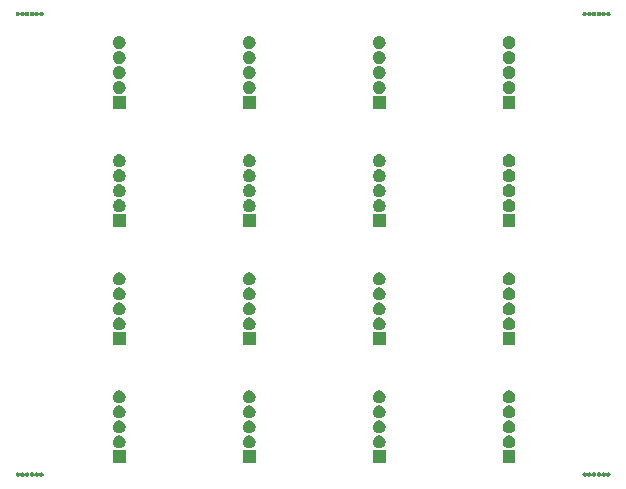
<source format=gbr>
G04 #@! TF.GenerationSoftware,KiCad,Pcbnew,5.1.5-52549c5~84~ubuntu18.04.1*
G04 #@! TF.CreationDate,2020-10-30T11:30:54+01:00*
G04 #@! TF.ProjectId,output.load_cell_panel,6f757470-7574-42e6-9c6f-61645f63656c,rev?*
G04 #@! TF.SameCoordinates,Original*
G04 #@! TF.FileFunction,Soldermask,Bot*
G04 #@! TF.FilePolarity,Negative*
%FSLAX46Y46*%
G04 Gerber Fmt 4.6, Leading zero omitted, Abs format (unit mm)*
G04 Created by KiCad (PCBNEW 5.1.5-52549c5~84~ubuntu18.04.1) date 2020-10-30 11:30:54*
%MOMM*%
%LPD*%
G04 APERTURE LIST*
%ADD10C,0.100000*%
G04 APERTURE END LIST*
D10*
G36*
X175055423Y-106817301D02*
G01*
X175089996Y-106831622D01*
X175121118Y-106852417D01*
X175147583Y-106878882D01*
X175168378Y-106910004D01*
X175182699Y-106944577D01*
X175190000Y-106981286D01*
X175190000Y-107018714D01*
X175182699Y-107055423D01*
X175168378Y-107089996D01*
X175147583Y-107121118D01*
X175121118Y-107147583D01*
X175089996Y-107168378D01*
X175055423Y-107182699D01*
X175018714Y-107190000D01*
X174981286Y-107190000D01*
X174944577Y-107182699D01*
X174910004Y-107168378D01*
X174878882Y-107147583D01*
X174852417Y-107121118D01*
X174831622Y-107089996D01*
X174817301Y-107055423D01*
X174810000Y-107018714D01*
X174810000Y-106981286D01*
X174817301Y-106944577D01*
X174831622Y-106910004D01*
X174852417Y-106878882D01*
X174878882Y-106852417D01*
X174910004Y-106831622D01*
X174944577Y-106817301D01*
X174981286Y-106810000D01*
X175018714Y-106810000D01*
X175055423Y-106817301D01*
G37*
G36*
X173055423Y-106817301D02*
G01*
X173089996Y-106831622D01*
X173121118Y-106852417D01*
X173147583Y-106878882D01*
X173168378Y-106910004D01*
X173182699Y-106944577D01*
X173190000Y-106981286D01*
X173190000Y-107018714D01*
X173182699Y-107055423D01*
X173168378Y-107089996D01*
X173147583Y-107121118D01*
X173121118Y-107147583D01*
X173089996Y-107168378D01*
X173055423Y-107182699D01*
X173018714Y-107190000D01*
X172981286Y-107190000D01*
X172944577Y-107182699D01*
X172910004Y-107168378D01*
X172878882Y-107147583D01*
X172852417Y-107121118D01*
X172831622Y-107089996D01*
X172817301Y-107055423D01*
X172810000Y-107018714D01*
X172810000Y-106981286D01*
X172817301Y-106944577D01*
X172831622Y-106910004D01*
X172852417Y-106878882D01*
X172878882Y-106852417D01*
X172910004Y-106831622D01*
X172944577Y-106817301D01*
X172981286Y-106810000D01*
X173018714Y-106810000D01*
X173055423Y-106817301D01*
G37*
G36*
X173455423Y-106817301D02*
G01*
X173489996Y-106831622D01*
X173521118Y-106852417D01*
X173547583Y-106878882D01*
X173568378Y-106910004D01*
X173582699Y-106944577D01*
X173590000Y-106981286D01*
X173590000Y-107018714D01*
X173582699Y-107055423D01*
X173568378Y-107089996D01*
X173547583Y-107121118D01*
X173521118Y-107147583D01*
X173489996Y-107168378D01*
X173455423Y-107182699D01*
X173418714Y-107190000D01*
X173381286Y-107190000D01*
X173344577Y-107182699D01*
X173310004Y-107168378D01*
X173278882Y-107147583D01*
X173252417Y-107121118D01*
X173231622Y-107089996D01*
X173217301Y-107055423D01*
X173210000Y-107018714D01*
X173210000Y-106981286D01*
X173217301Y-106944577D01*
X173231622Y-106910004D01*
X173252417Y-106878882D01*
X173278882Y-106852417D01*
X173310004Y-106831622D01*
X173344577Y-106817301D01*
X173381286Y-106810000D01*
X173418714Y-106810000D01*
X173455423Y-106817301D01*
G37*
G36*
X173855423Y-106817301D02*
G01*
X173889996Y-106831622D01*
X173921118Y-106852417D01*
X173947583Y-106878882D01*
X173968378Y-106910004D01*
X173982699Y-106944577D01*
X173990000Y-106981286D01*
X173990000Y-107018714D01*
X173982699Y-107055423D01*
X173968378Y-107089996D01*
X173947583Y-107121118D01*
X173921118Y-107147583D01*
X173889996Y-107168378D01*
X173855423Y-107182699D01*
X173818714Y-107190000D01*
X173781286Y-107190000D01*
X173744577Y-107182699D01*
X173710004Y-107168378D01*
X173678882Y-107147583D01*
X173652417Y-107121118D01*
X173631622Y-107089996D01*
X173617301Y-107055423D01*
X173610000Y-107018714D01*
X173610000Y-106981286D01*
X173617301Y-106944577D01*
X173631622Y-106910004D01*
X173652417Y-106878882D01*
X173678882Y-106852417D01*
X173710004Y-106831622D01*
X173744577Y-106817301D01*
X173781286Y-106810000D01*
X173818714Y-106810000D01*
X173855423Y-106817301D01*
G37*
G36*
X174255423Y-106817301D02*
G01*
X174289996Y-106831622D01*
X174321118Y-106852417D01*
X174347583Y-106878882D01*
X174368378Y-106910004D01*
X174382699Y-106944577D01*
X174390000Y-106981286D01*
X174390000Y-107018714D01*
X174382699Y-107055423D01*
X174368378Y-107089996D01*
X174347583Y-107121118D01*
X174321118Y-107147583D01*
X174289996Y-107168378D01*
X174255423Y-107182699D01*
X174218714Y-107190000D01*
X174181286Y-107190000D01*
X174144577Y-107182699D01*
X174110004Y-107168378D01*
X174078882Y-107147583D01*
X174052417Y-107121118D01*
X174031622Y-107089996D01*
X174017301Y-107055423D01*
X174010000Y-107018714D01*
X174010000Y-106981286D01*
X174017301Y-106944577D01*
X174031622Y-106910004D01*
X174052417Y-106878882D01*
X174078882Y-106852417D01*
X174110004Y-106831622D01*
X174144577Y-106817301D01*
X174181286Y-106810000D01*
X174218714Y-106810000D01*
X174255423Y-106817301D01*
G37*
G36*
X174655423Y-106817301D02*
G01*
X174689996Y-106831622D01*
X174721118Y-106852417D01*
X174747583Y-106878882D01*
X174768378Y-106910004D01*
X174782699Y-106944577D01*
X174790000Y-106981286D01*
X174790000Y-107018714D01*
X174782699Y-107055423D01*
X174768378Y-107089996D01*
X174747583Y-107121118D01*
X174721118Y-107147583D01*
X174689996Y-107168378D01*
X174655423Y-107182699D01*
X174618714Y-107190000D01*
X174581286Y-107190000D01*
X174544577Y-107182699D01*
X174510004Y-107168378D01*
X174478882Y-107147583D01*
X174452417Y-107121118D01*
X174431622Y-107089996D01*
X174417301Y-107055423D01*
X174410000Y-107018714D01*
X174410000Y-106981286D01*
X174417301Y-106944577D01*
X174431622Y-106910004D01*
X174452417Y-106878882D01*
X174478882Y-106852417D01*
X174510004Y-106831622D01*
X174544577Y-106817301D01*
X174581286Y-106810000D01*
X174618714Y-106810000D01*
X174655423Y-106817301D01*
G37*
G36*
X125055423Y-106817301D02*
G01*
X125089996Y-106831622D01*
X125121118Y-106852417D01*
X125147583Y-106878882D01*
X125168378Y-106910004D01*
X125182699Y-106944577D01*
X125190000Y-106981286D01*
X125190000Y-107018714D01*
X125182699Y-107055423D01*
X125168378Y-107089996D01*
X125147583Y-107121118D01*
X125121118Y-107147583D01*
X125089996Y-107168378D01*
X125055423Y-107182699D01*
X125018714Y-107190000D01*
X124981286Y-107190000D01*
X124944577Y-107182699D01*
X124910004Y-107168378D01*
X124878882Y-107147583D01*
X124852417Y-107121118D01*
X124831622Y-107089996D01*
X124817301Y-107055423D01*
X124810000Y-107018714D01*
X124810000Y-106981286D01*
X124817301Y-106944577D01*
X124831622Y-106910004D01*
X124852417Y-106878882D01*
X124878882Y-106852417D01*
X124910004Y-106831622D01*
X124944577Y-106817301D01*
X124981286Y-106810000D01*
X125018714Y-106810000D01*
X125055423Y-106817301D01*
G37*
G36*
X125455423Y-106817301D02*
G01*
X125489996Y-106831622D01*
X125521118Y-106852417D01*
X125547583Y-106878882D01*
X125568378Y-106910004D01*
X125582699Y-106944577D01*
X125590000Y-106981286D01*
X125590000Y-107018714D01*
X125582699Y-107055423D01*
X125568378Y-107089996D01*
X125547583Y-107121118D01*
X125521118Y-107147583D01*
X125489996Y-107168378D01*
X125455423Y-107182699D01*
X125418714Y-107190000D01*
X125381286Y-107190000D01*
X125344577Y-107182699D01*
X125310004Y-107168378D01*
X125278882Y-107147583D01*
X125252417Y-107121118D01*
X125231622Y-107089996D01*
X125217301Y-107055423D01*
X125210000Y-107018714D01*
X125210000Y-106981286D01*
X125217301Y-106944577D01*
X125231622Y-106910004D01*
X125252417Y-106878882D01*
X125278882Y-106852417D01*
X125310004Y-106831622D01*
X125344577Y-106817301D01*
X125381286Y-106810000D01*
X125418714Y-106810000D01*
X125455423Y-106817301D01*
G37*
G36*
X125855423Y-106817301D02*
G01*
X125889996Y-106831622D01*
X125921118Y-106852417D01*
X125947583Y-106878882D01*
X125968378Y-106910004D01*
X125982699Y-106944577D01*
X125990000Y-106981286D01*
X125990000Y-107018714D01*
X125982699Y-107055423D01*
X125968378Y-107089996D01*
X125947583Y-107121118D01*
X125921118Y-107147583D01*
X125889996Y-107168378D01*
X125855423Y-107182699D01*
X125818714Y-107190000D01*
X125781286Y-107190000D01*
X125744577Y-107182699D01*
X125710004Y-107168378D01*
X125678882Y-107147583D01*
X125652417Y-107121118D01*
X125631622Y-107089996D01*
X125617301Y-107055423D01*
X125610000Y-107018714D01*
X125610000Y-106981286D01*
X125617301Y-106944577D01*
X125631622Y-106910004D01*
X125652417Y-106878882D01*
X125678882Y-106852417D01*
X125710004Y-106831622D01*
X125744577Y-106817301D01*
X125781286Y-106810000D01*
X125818714Y-106810000D01*
X125855423Y-106817301D01*
G37*
G36*
X126655423Y-106817301D02*
G01*
X126689996Y-106831622D01*
X126721118Y-106852417D01*
X126747583Y-106878882D01*
X126768378Y-106910004D01*
X126782699Y-106944577D01*
X126790000Y-106981286D01*
X126790000Y-107018714D01*
X126782699Y-107055423D01*
X126768378Y-107089996D01*
X126747583Y-107121118D01*
X126721118Y-107147583D01*
X126689996Y-107168378D01*
X126655423Y-107182699D01*
X126618714Y-107190000D01*
X126581286Y-107190000D01*
X126544577Y-107182699D01*
X126510004Y-107168378D01*
X126478882Y-107147583D01*
X126452417Y-107121118D01*
X126431622Y-107089996D01*
X126417301Y-107055423D01*
X126410000Y-107018714D01*
X126410000Y-106981286D01*
X126417301Y-106944577D01*
X126431622Y-106910004D01*
X126452417Y-106878882D01*
X126478882Y-106852417D01*
X126510004Y-106831622D01*
X126544577Y-106817301D01*
X126581286Y-106810000D01*
X126618714Y-106810000D01*
X126655423Y-106817301D01*
G37*
G36*
X127055423Y-106817301D02*
G01*
X127089996Y-106831622D01*
X127121118Y-106852417D01*
X127147583Y-106878882D01*
X127168378Y-106910004D01*
X127182699Y-106944577D01*
X127190000Y-106981286D01*
X127190000Y-107018714D01*
X127182699Y-107055423D01*
X127168378Y-107089996D01*
X127147583Y-107121118D01*
X127121118Y-107147583D01*
X127089996Y-107168378D01*
X127055423Y-107182699D01*
X127018714Y-107190000D01*
X126981286Y-107190000D01*
X126944577Y-107182699D01*
X126910004Y-107168378D01*
X126878882Y-107147583D01*
X126852417Y-107121118D01*
X126831622Y-107089996D01*
X126817301Y-107055423D01*
X126810000Y-107018714D01*
X126810000Y-106981286D01*
X126817301Y-106944577D01*
X126831622Y-106910004D01*
X126852417Y-106878882D01*
X126878882Y-106852417D01*
X126910004Y-106831622D01*
X126944577Y-106817301D01*
X126981286Y-106810000D01*
X127018714Y-106810000D01*
X127055423Y-106817301D01*
G37*
G36*
X126255423Y-106817301D02*
G01*
X126289996Y-106831622D01*
X126321118Y-106852417D01*
X126347583Y-106878882D01*
X126368378Y-106910004D01*
X126382699Y-106944577D01*
X126390000Y-106981286D01*
X126390000Y-107018714D01*
X126382699Y-107055423D01*
X126368378Y-107089996D01*
X126347583Y-107121118D01*
X126321118Y-107147583D01*
X126289996Y-107168378D01*
X126255423Y-107182699D01*
X126218714Y-107190000D01*
X126181286Y-107190000D01*
X126144577Y-107182699D01*
X126110004Y-107168378D01*
X126078882Y-107147583D01*
X126052417Y-107121118D01*
X126031622Y-107089996D01*
X126017301Y-107055423D01*
X126010000Y-107018714D01*
X126010000Y-106981286D01*
X126017301Y-106944577D01*
X126031622Y-106910004D01*
X126052417Y-106878882D01*
X126078882Y-106852417D01*
X126110004Y-106831622D01*
X126144577Y-106817301D01*
X126181286Y-106810000D01*
X126218714Y-106810000D01*
X126255423Y-106817301D01*
G37*
G36*
X134140000Y-106040000D02*
G01*
X133060000Y-106040000D01*
X133060000Y-104960000D01*
X134140000Y-104960000D01*
X134140000Y-106040000D01*
G37*
G36*
X167140000Y-106040000D02*
G01*
X166060000Y-106040000D01*
X166060000Y-104960000D01*
X167140000Y-104960000D01*
X167140000Y-106040000D01*
G37*
G36*
X156140000Y-106040000D02*
G01*
X155060000Y-106040000D01*
X155060000Y-104960000D01*
X156140000Y-104960000D01*
X156140000Y-106040000D01*
G37*
G36*
X145140000Y-106040000D02*
G01*
X144060000Y-106040000D01*
X144060000Y-104960000D01*
X145140000Y-104960000D01*
X145140000Y-106040000D01*
G37*
G36*
X166757514Y-103710752D02*
G01*
X166855783Y-103751456D01*
X166855786Y-103751458D01*
X166944230Y-103810554D01*
X167019446Y-103885770D01*
X167078542Y-103974214D01*
X167078544Y-103974217D01*
X167119248Y-104072486D01*
X167140000Y-104176814D01*
X167140000Y-104283186D01*
X167119248Y-104387514D01*
X167078544Y-104485783D01*
X167078542Y-104485786D01*
X167019446Y-104574230D01*
X166944230Y-104649446D01*
X166855786Y-104708542D01*
X166855783Y-104708544D01*
X166757514Y-104749248D01*
X166653186Y-104770000D01*
X166546814Y-104770000D01*
X166442486Y-104749248D01*
X166344217Y-104708544D01*
X166344214Y-104708542D01*
X166255770Y-104649446D01*
X166180554Y-104574230D01*
X166121458Y-104485786D01*
X166121456Y-104485783D01*
X166080752Y-104387514D01*
X166060000Y-104283186D01*
X166060000Y-104176814D01*
X166080752Y-104072486D01*
X166121456Y-103974217D01*
X166121458Y-103974214D01*
X166180554Y-103885770D01*
X166255770Y-103810554D01*
X166344214Y-103751458D01*
X166344217Y-103751456D01*
X166442486Y-103710752D01*
X166546814Y-103690000D01*
X166653186Y-103690000D01*
X166757514Y-103710752D01*
G37*
G36*
X133757514Y-103710752D02*
G01*
X133855783Y-103751456D01*
X133855786Y-103751458D01*
X133944230Y-103810554D01*
X134019446Y-103885770D01*
X134078542Y-103974214D01*
X134078544Y-103974217D01*
X134119248Y-104072486D01*
X134140000Y-104176814D01*
X134140000Y-104283186D01*
X134119248Y-104387514D01*
X134078544Y-104485783D01*
X134078542Y-104485786D01*
X134019446Y-104574230D01*
X133944230Y-104649446D01*
X133855786Y-104708542D01*
X133855783Y-104708544D01*
X133757514Y-104749248D01*
X133653186Y-104770000D01*
X133546814Y-104770000D01*
X133442486Y-104749248D01*
X133344217Y-104708544D01*
X133344214Y-104708542D01*
X133255770Y-104649446D01*
X133180554Y-104574230D01*
X133121458Y-104485786D01*
X133121456Y-104485783D01*
X133080752Y-104387514D01*
X133060000Y-104283186D01*
X133060000Y-104176814D01*
X133080752Y-104072486D01*
X133121456Y-103974217D01*
X133121458Y-103974214D01*
X133180554Y-103885770D01*
X133255770Y-103810554D01*
X133344214Y-103751458D01*
X133344217Y-103751456D01*
X133442486Y-103710752D01*
X133546814Y-103690000D01*
X133653186Y-103690000D01*
X133757514Y-103710752D01*
G37*
G36*
X155757514Y-103710752D02*
G01*
X155855783Y-103751456D01*
X155855786Y-103751458D01*
X155944230Y-103810554D01*
X156019446Y-103885770D01*
X156078542Y-103974214D01*
X156078544Y-103974217D01*
X156119248Y-104072486D01*
X156140000Y-104176814D01*
X156140000Y-104283186D01*
X156119248Y-104387514D01*
X156078544Y-104485783D01*
X156078542Y-104485786D01*
X156019446Y-104574230D01*
X155944230Y-104649446D01*
X155855786Y-104708542D01*
X155855783Y-104708544D01*
X155757514Y-104749248D01*
X155653186Y-104770000D01*
X155546814Y-104770000D01*
X155442486Y-104749248D01*
X155344217Y-104708544D01*
X155344214Y-104708542D01*
X155255770Y-104649446D01*
X155180554Y-104574230D01*
X155121458Y-104485786D01*
X155121456Y-104485783D01*
X155080752Y-104387514D01*
X155060000Y-104283186D01*
X155060000Y-104176814D01*
X155080752Y-104072486D01*
X155121456Y-103974217D01*
X155121458Y-103974214D01*
X155180554Y-103885770D01*
X155255770Y-103810554D01*
X155344214Y-103751458D01*
X155344217Y-103751456D01*
X155442486Y-103710752D01*
X155546814Y-103690000D01*
X155653186Y-103690000D01*
X155757514Y-103710752D01*
G37*
G36*
X144757514Y-103710752D02*
G01*
X144855783Y-103751456D01*
X144855786Y-103751458D01*
X144944230Y-103810554D01*
X145019446Y-103885770D01*
X145078542Y-103974214D01*
X145078544Y-103974217D01*
X145119248Y-104072486D01*
X145140000Y-104176814D01*
X145140000Y-104283186D01*
X145119248Y-104387514D01*
X145078544Y-104485783D01*
X145078542Y-104485786D01*
X145019446Y-104574230D01*
X144944230Y-104649446D01*
X144855786Y-104708542D01*
X144855783Y-104708544D01*
X144757514Y-104749248D01*
X144653186Y-104770000D01*
X144546814Y-104770000D01*
X144442486Y-104749248D01*
X144344217Y-104708544D01*
X144344214Y-104708542D01*
X144255770Y-104649446D01*
X144180554Y-104574230D01*
X144121458Y-104485786D01*
X144121456Y-104485783D01*
X144080752Y-104387514D01*
X144060000Y-104283186D01*
X144060000Y-104176814D01*
X144080752Y-104072486D01*
X144121456Y-103974217D01*
X144121458Y-103974214D01*
X144180554Y-103885770D01*
X144255770Y-103810554D01*
X144344214Y-103751458D01*
X144344217Y-103751456D01*
X144442486Y-103710752D01*
X144546814Y-103690000D01*
X144653186Y-103690000D01*
X144757514Y-103710752D01*
G37*
G36*
X133757514Y-102440752D02*
G01*
X133855783Y-102481456D01*
X133855786Y-102481458D01*
X133944230Y-102540554D01*
X134019446Y-102615770D01*
X134078542Y-102704214D01*
X134078544Y-102704217D01*
X134119248Y-102802486D01*
X134140000Y-102906814D01*
X134140000Y-103013186D01*
X134119248Y-103117514D01*
X134078544Y-103215783D01*
X134078542Y-103215786D01*
X134019446Y-103304230D01*
X133944230Y-103379446D01*
X133855786Y-103438542D01*
X133855783Y-103438544D01*
X133757514Y-103479248D01*
X133653186Y-103500000D01*
X133546814Y-103500000D01*
X133442486Y-103479248D01*
X133344217Y-103438544D01*
X133344214Y-103438542D01*
X133255770Y-103379446D01*
X133180554Y-103304230D01*
X133121458Y-103215786D01*
X133121456Y-103215783D01*
X133080752Y-103117514D01*
X133060000Y-103013186D01*
X133060000Y-102906814D01*
X133080752Y-102802486D01*
X133121456Y-102704217D01*
X133121458Y-102704214D01*
X133180554Y-102615770D01*
X133255770Y-102540554D01*
X133344214Y-102481458D01*
X133344217Y-102481456D01*
X133442486Y-102440752D01*
X133546814Y-102420000D01*
X133653186Y-102420000D01*
X133757514Y-102440752D01*
G37*
G36*
X166757514Y-102440752D02*
G01*
X166855783Y-102481456D01*
X166855786Y-102481458D01*
X166944230Y-102540554D01*
X167019446Y-102615770D01*
X167078542Y-102704214D01*
X167078544Y-102704217D01*
X167119248Y-102802486D01*
X167140000Y-102906814D01*
X167140000Y-103013186D01*
X167119248Y-103117514D01*
X167078544Y-103215783D01*
X167078542Y-103215786D01*
X167019446Y-103304230D01*
X166944230Y-103379446D01*
X166855786Y-103438542D01*
X166855783Y-103438544D01*
X166757514Y-103479248D01*
X166653186Y-103500000D01*
X166546814Y-103500000D01*
X166442486Y-103479248D01*
X166344217Y-103438544D01*
X166344214Y-103438542D01*
X166255770Y-103379446D01*
X166180554Y-103304230D01*
X166121458Y-103215786D01*
X166121456Y-103215783D01*
X166080752Y-103117514D01*
X166060000Y-103013186D01*
X166060000Y-102906814D01*
X166080752Y-102802486D01*
X166121456Y-102704217D01*
X166121458Y-102704214D01*
X166180554Y-102615770D01*
X166255770Y-102540554D01*
X166344214Y-102481458D01*
X166344217Y-102481456D01*
X166442486Y-102440752D01*
X166546814Y-102420000D01*
X166653186Y-102420000D01*
X166757514Y-102440752D01*
G37*
G36*
X144757514Y-102440752D02*
G01*
X144855783Y-102481456D01*
X144855786Y-102481458D01*
X144944230Y-102540554D01*
X145019446Y-102615770D01*
X145078542Y-102704214D01*
X145078544Y-102704217D01*
X145119248Y-102802486D01*
X145140000Y-102906814D01*
X145140000Y-103013186D01*
X145119248Y-103117514D01*
X145078544Y-103215783D01*
X145078542Y-103215786D01*
X145019446Y-103304230D01*
X144944230Y-103379446D01*
X144855786Y-103438542D01*
X144855783Y-103438544D01*
X144757514Y-103479248D01*
X144653186Y-103500000D01*
X144546814Y-103500000D01*
X144442486Y-103479248D01*
X144344217Y-103438544D01*
X144344214Y-103438542D01*
X144255770Y-103379446D01*
X144180554Y-103304230D01*
X144121458Y-103215786D01*
X144121456Y-103215783D01*
X144080752Y-103117514D01*
X144060000Y-103013186D01*
X144060000Y-102906814D01*
X144080752Y-102802486D01*
X144121456Y-102704217D01*
X144121458Y-102704214D01*
X144180554Y-102615770D01*
X144255770Y-102540554D01*
X144344214Y-102481458D01*
X144344217Y-102481456D01*
X144442486Y-102440752D01*
X144546814Y-102420000D01*
X144653186Y-102420000D01*
X144757514Y-102440752D01*
G37*
G36*
X155757514Y-102440752D02*
G01*
X155855783Y-102481456D01*
X155855786Y-102481458D01*
X155944230Y-102540554D01*
X156019446Y-102615770D01*
X156078542Y-102704214D01*
X156078544Y-102704217D01*
X156119248Y-102802486D01*
X156140000Y-102906814D01*
X156140000Y-103013186D01*
X156119248Y-103117514D01*
X156078544Y-103215783D01*
X156078542Y-103215786D01*
X156019446Y-103304230D01*
X155944230Y-103379446D01*
X155855786Y-103438542D01*
X155855783Y-103438544D01*
X155757514Y-103479248D01*
X155653186Y-103500000D01*
X155546814Y-103500000D01*
X155442486Y-103479248D01*
X155344217Y-103438544D01*
X155344214Y-103438542D01*
X155255770Y-103379446D01*
X155180554Y-103304230D01*
X155121458Y-103215786D01*
X155121456Y-103215783D01*
X155080752Y-103117514D01*
X155060000Y-103013186D01*
X155060000Y-102906814D01*
X155080752Y-102802486D01*
X155121456Y-102704217D01*
X155121458Y-102704214D01*
X155180554Y-102615770D01*
X155255770Y-102540554D01*
X155344214Y-102481458D01*
X155344217Y-102481456D01*
X155442486Y-102440752D01*
X155546814Y-102420000D01*
X155653186Y-102420000D01*
X155757514Y-102440752D01*
G37*
G36*
X155757514Y-101170752D02*
G01*
X155855783Y-101211456D01*
X155855786Y-101211458D01*
X155944230Y-101270554D01*
X156019446Y-101345770D01*
X156078542Y-101434214D01*
X156078544Y-101434217D01*
X156119248Y-101532486D01*
X156140000Y-101636814D01*
X156140000Y-101743186D01*
X156119248Y-101847514D01*
X156078544Y-101945783D01*
X156078542Y-101945786D01*
X156019446Y-102034230D01*
X155944230Y-102109446D01*
X155855786Y-102168542D01*
X155855783Y-102168544D01*
X155757514Y-102209248D01*
X155653186Y-102230000D01*
X155546814Y-102230000D01*
X155442486Y-102209248D01*
X155344217Y-102168544D01*
X155344214Y-102168542D01*
X155255770Y-102109446D01*
X155180554Y-102034230D01*
X155121458Y-101945786D01*
X155121456Y-101945783D01*
X155080752Y-101847514D01*
X155060000Y-101743186D01*
X155060000Y-101636814D01*
X155080752Y-101532486D01*
X155121456Y-101434217D01*
X155121458Y-101434214D01*
X155180554Y-101345770D01*
X155255770Y-101270554D01*
X155344214Y-101211458D01*
X155344217Y-101211456D01*
X155442486Y-101170752D01*
X155546814Y-101150000D01*
X155653186Y-101150000D01*
X155757514Y-101170752D01*
G37*
G36*
X144757514Y-101170752D02*
G01*
X144855783Y-101211456D01*
X144855786Y-101211458D01*
X144944230Y-101270554D01*
X145019446Y-101345770D01*
X145078542Y-101434214D01*
X145078544Y-101434217D01*
X145119248Y-101532486D01*
X145140000Y-101636814D01*
X145140000Y-101743186D01*
X145119248Y-101847514D01*
X145078544Y-101945783D01*
X145078542Y-101945786D01*
X145019446Y-102034230D01*
X144944230Y-102109446D01*
X144855786Y-102168542D01*
X144855783Y-102168544D01*
X144757514Y-102209248D01*
X144653186Y-102230000D01*
X144546814Y-102230000D01*
X144442486Y-102209248D01*
X144344217Y-102168544D01*
X144344214Y-102168542D01*
X144255770Y-102109446D01*
X144180554Y-102034230D01*
X144121458Y-101945786D01*
X144121456Y-101945783D01*
X144080752Y-101847514D01*
X144060000Y-101743186D01*
X144060000Y-101636814D01*
X144080752Y-101532486D01*
X144121456Y-101434217D01*
X144121458Y-101434214D01*
X144180554Y-101345770D01*
X144255770Y-101270554D01*
X144344214Y-101211458D01*
X144344217Y-101211456D01*
X144442486Y-101170752D01*
X144546814Y-101150000D01*
X144653186Y-101150000D01*
X144757514Y-101170752D01*
G37*
G36*
X166757514Y-101170752D02*
G01*
X166855783Y-101211456D01*
X166855786Y-101211458D01*
X166944230Y-101270554D01*
X167019446Y-101345770D01*
X167078542Y-101434214D01*
X167078544Y-101434217D01*
X167119248Y-101532486D01*
X167140000Y-101636814D01*
X167140000Y-101743186D01*
X167119248Y-101847514D01*
X167078544Y-101945783D01*
X167078542Y-101945786D01*
X167019446Y-102034230D01*
X166944230Y-102109446D01*
X166855786Y-102168542D01*
X166855783Y-102168544D01*
X166757514Y-102209248D01*
X166653186Y-102230000D01*
X166546814Y-102230000D01*
X166442486Y-102209248D01*
X166344217Y-102168544D01*
X166344214Y-102168542D01*
X166255770Y-102109446D01*
X166180554Y-102034230D01*
X166121458Y-101945786D01*
X166121456Y-101945783D01*
X166080752Y-101847514D01*
X166060000Y-101743186D01*
X166060000Y-101636814D01*
X166080752Y-101532486D01*
X166121456Y-101434217D01*
X166121458Y-101434214D01*
X166180554Y-101345770D01*
X166255770Y-101270554D01*
X166344214Y-101211458D01*
X166344217Y-101211456D01*
X166442486Y-101170752D01*
X166546814Y-101150000D01*
X166653186Y-101150000D01*
X166757514Y-101170752D01*
G37*
G36*
X133757514Y-101170752D02*
G01*
X133855783Y-101211456D01*
X133855786Y-101211458D01*
X133944230Y-101270554D01*
X134019446Y-101345770D01*
X134078542Y-101434214D01*
X134078544Y-101434217D01*
X134119248Y-101532486D01*
X134140000Y-101636814D01*
X134140000Y-101743186D01*
X134119248Y-101847514D01*
X134078544Y-101945783D01*
X134078542Y-101945786D01*
X134019446Y-102034230D01*
X133944230Y-102109446D01*
X133855786Y-102168542D01*
X133855783Y-102168544D01*
X133757514Y-102209248D01*
X133653186Y-102230000D01*
X133546814Y-102230000D01*
X133442486Y-102209248D01*
X133344217Y-102168544D01*
X133344214Y-102168542D01*
X133255770Y-102109446D01*
X133180554Y-102034230D01*
X133121458Y-101945786D01*
X133121456Y-101945783D01*
X133080752Y-101847514D01*
X133060000Y-101743186D01*
X133060000Y-101636814D01*
X133080752Y-101532486D01*
X133121456Y-101434217D01*
X133121458Y-101434214D01*
X133180554Y-101345770D01*
X133255770Y-101270554D01*
X133344214Y-101211458D01*
X133344217Y-101211456D01*
X133442486Y-101170752D01*
X133546814Y-101150000D01*
X133653186Y-101150000D01*
X133757514Y-101170752D01*
G37*
G36*
X133757514Y-99900752D02*
G01*
X133855783Y-99941456D01*
X133855786Y-99941458D01*
X133944230Y-100000554D01*
X134019446Y-100075770D01*
X134078542Y-100164214D01*
X134078544Y-100164217D01*
X134119248Y-100262486D01*
X134140000Y-100366814D01*
X134140000Y-100473186D01*
X134119248Y-100577514D01*
X134078544Y-100675783D01*
X134078542Y-100675786D01*
X134019446Y-100764230D01*
X133944230Y-100839446D01*
X133855786Y-100898542D01*
X133855783Y-100898544D01*
X133757514Y-100939248D01*
X133653186Y-100960000D01*
X133546814Y-100960000D01*
X133442486Y-100939248D01*
X133344217Y-100898544D01*
X133344214Y-100898542D01*
X133255770Y-100839446D01*
X133180554Y-100764230D01*
X133121458Y-100675786D01*
X133121456Y-100675783D01*
X133080752Y-100577514D01*
X133060000Y-100473186D01*
X133060000Y-100366814D01*
X133080752Y-100262486D01*
X133121456Y-100164217D01*
X133121458Y-100164214D01*
X133180554Y-100075770D01*
X133255770Y-100000554D01*
X133344214Y-99941458D01*
X133344217Y-99941456D01*
X133442486Y-99900752D01*
X133546814Y-99880000D01*
X133653186Y-99880000D01*
X133757514Y-99900752D01*
G37*
G36*
X144757514Y-99900752D02*
G01*
X144855783Y-99941456D01*
X144855786Y-99941458D01*
X144944230Y-100000554D01*
X145019446Y-100075770D01*
X145078542Y-100164214D01*
X145078544Y-100164217D01*
X145119248Y-100262486D01*
X145140000Y-100366814D01*
X145140000Y-100473186D01*
X145119248Y-100577514D01*
X145078544Y-100675783D01*
X145078542Y-100675786D01*
X145019446Y-100764230D01*
X144944230Y-100839446D01*
X144855786Y-100898542D01*
X144855783Y-100898544D01*
X144757514Y-100939248D01*
X144653186Y-100960000D01*
X144546814Y-100960000D01*
X144442486Y-100939248D01*
X144344217Y-100898544D01*
X144344214Y-100898542D01*
X144255770Y-100839446D01*
X144180554Y-100764230D01*
X144121458Y-100675786D01*
X144121456Y-100675783D01*
X144080752Y-100577514D01*
X144060000Y-100473186D01*
X144060000Y-100366814D01*
X144080752Y-100262486D01*
X144121456Y-100164217D01*
X144121458Y-100164214D01*
X144180554Y-100075770D01*
X144255770Y-100000554D01*
X144344214Y-99941458D01*
X144344217Y-99941456D01*
X144442486Y-99900752D01*
X144546814Y-99880000D01*
X144653186Y-99880000D01*
X144757514Y-99900752D01*
G37*
G36*
X155757514Y-99900752D02*
G01*
X155855783Y-99941456D01*
X155855786Y-99941458D01*
X155944230Y-100000554D01*
X156019446Y-100075770D01*
X156078542Y-100164214D01*
X156078544Y-100164217D01*
X156119248Y-100262486D01*
X156140000Y-100366814D01*
X156140000Y-100473186D01*
X156119248Y-100577514D01*
X156078544Y-100675783D01*
X156078542Y-100675786D01*
X156019446Y-100764230D01*
X155944230Y-100839446D01*
X155855786Y-100898542D01*
X155855783Y-100898544D01*
X155757514Y-100939248D01*
X155653186Y-100960000D01*
X155546814Y-100960000D01*
X155442486Y-100939248D01*
X155344217Y-100898544D01*
X155344214Y-100898542D01*
X155255770Y-100839446D01*
X155180554Y-100764230D01*
X155121458Y-100675786D01*
X155121456Y-100675783D01*
X155080752Y-100577514D01*
X155060000Y-100473186D01*
X155060000Y-100366814D01*
X155080752Y-100262486D01*
X155121456Y-100164217D01*
X155121458Y-100164214D01*
X155180554Y-100075770D01*
X155255770Y-100000554D01*
X155344214Y-99941458D01*
X155344217Y-99941456D01*
X155442486Y-99900752D01*
X155546814Y-99880000D01*
X155653186Y-99880000D01*
X155757514Y-99900752D01*
G37*
G36*
X166757514Y-99900752D02*
G01*
X166855783Y-99941456D01*
X166855786Y-99941458D01*
X166944230Y-100000554D01*
X167019446Y-100075770D01*
X167078542Y-100164214D01*
X167078544Y-100164217D01*
X167119248Y-100262486D01*
X167140000Y-100366814D01*
X167140000Y-100473186D01*
X167119248Y-100577514D01*
X167078544Y-100675783D01*
X167078542Y-100675786D01*
X167019446Y-100764230D01*
X166944230Y-100839446D01*
X166855786Y-100898542D01*
X166855783Y-100898544D01*
X166757514Y-100939248D01*
X166653186Y-100960000D01*
X166546814Y-100960000D01*
X166442486Y-100939248D01*
X166344217Y-100898544D01*
X166344214Y-100898542D01*
X166255770Y-100839446D01*
X166180554Y-100764230D01*
X166121458Y-100675786D01*
X166121456Y-100675783D01*
X166080752Y-100577514D01*
X166060000Y-100473186D01*
X166060000Y-100366814D01*
X166080752Y-100262486D01*
X166121456Y-100164217D01*
X166121458Y-100164214D01*
X166180554Y-100075770D01*
X166255770Y-100000554D01*
X166344214Y-99941458D01*
X166344217Y-99941456D01*
X166442486Y-99900752D01*
X166546814Y-99880000D01*
X166653186Y-99880000D01*
X166757514Y-99900752D01*
G37*
G36*
X134140000Y-96040000D02*
G01*
X133060000Y-96040000D01*
X133060000Y-94960000D01*
X134140000Y-94960000D01*
X134140000Y-96040000D01*
G37*
G36*
X167140000Y-96040000D02*
G01*
X166060000Y-96040000D01*
X166060000Y-94960000D01*
X167140000Y-94960000D01*
X167140000Y-96040000D01*
G37*
G36*
X156140000Y-96040000D02*
G01*
X155060000Y-96040000D01*
X155060000Y-94960000D01*
X156140000Y-94960000D01*
X156140000Y-96040000D01*
G37*
G36*
X145140000Y-96040000D02*
G01*
X144060000Y-96040000D01*
X144060000Y-94960000D01*
X145140000Y-94960000D01*
X145140000Y-96040000D01*
G37*
G36*
X155757514Y-93710752D02*
G01*
X155855783Y-93751456D01*
X155855786Y-93751458D01*
X155944230Y-93810554D01*
X156019446Y-93885770D01*
X156078542Y-93974214D01*
X156078544Y-93974217D01*
X156119248Y-94072486D01*
X156140000Y-94176814D01*
X156140000Y-94283186D01*
X156119248Y-94387514D01*
X156078544Y-94485783D01*
X156078542Y-94485786D01*
X156019446Y-94574230D01*
X155944230Y-94649446D01*
X155855786Y-94708542D01*
X155855783Y-94708544D01*
X155757514Y-94749248D01*
X155653186Y-94770000D01*
X155546814Y-94770000D01*
X155442486Y-94749248D01*
X155344217Y-94708544D01*
X155344214Y-94708542D01*
X155255770Y-94649446D01*
X155180554Y-94574230D01*
X155121458Y-94485786D01*
X155121456Y-94485783D01*
X155080752Y-94387514D01*
X155060000Y-94283186D01*
X155060000Y-94176814D01*
X155080752Y-94072486D01*
X155121456Y-93974217D01*
X155121458Y-93974214D01*
X155180554Y-93885770D01*
X155255770Y-93810554D01*
X155344214Y-93751458D01*
X155344217Y-93751456D01*
X155442486Y-93710752D01*
X155546814Y-93690000D01*
X155653186Y-93690000D01*
X155757514Y-93710752D01*
G37*
G36*
X166757514Y-93710752D02*
G01*
X166855783Y-93751456D01*
X166855786Y-93751458D01*
X166944230Y-93810554D01*
X167019446Y-93885770D01*
X167078542Y-93974214D01*
X167078544Y-93974217D01*
X167119248Y-94072486D01*
X167140000Y-94176814D01*
X167140000Y-94283186D01*
X167119248Y-94387514D01*
X167078544Y-94485783D01*
X167078542Y-94485786D01*
X167019446Y-94574230D01*
X166944230Y-94649446D01*
X166855786Y-94708542D01*
X166855783Y-94708544D01*
X166757514Y-94749248D01*
X166653186Y-94770000D01*
X166546814Y-94770000D01*
X166442486Y-94749248D01*
X166344217Y-94708544D01*
X166344214Y-94708542D01*
X166255770Y-94649446D01*
X166180554Y-94574230D01*
X166121458Y-94485786D01*
X166121456Y-94485783D01*
X166080752Y-94387514D01*
X166060000Y-94283186D01*
X166060000Y-94176814D01*
X166080752Y-94072486D01*
X166121456Y-93974217D01*
X166121458Y-93974214D01*
X166180554Y-93885770D01*
X166255770Y-93810554D01*
X166344214Y-93751458D01*
X166344217Y-93751456D01*
X166442486Y-93710752D01*
X166546814Y-93690000D01*
X166653186Y-93690000D01*
X166757514Y-93710752D01*
G37*
G36*
X144757514Y-93710752D02*
G01*
X144855783Y-93751456D01*
X144855786Y-93751458D01*
X144944230Y-93810554D01*
X145019446Y-93885770D01*
X145078542Y-93974214D01*
X145078544Y-93974217D01*
X145119248Y-94072486D01*
X145140000Y-94176814D01*
X145140000Y-94283186D01*
X145119248Y-94387514D01*
X145078544Y-94485783D01*
X145078542Y-94485786D01*
X145019446Y-94574230D01*
X144944230Y-94649446D01*
X144855786Y-94708542D01*
X144855783Y-94708544D01*
X144757514Y-94749248D01*
X144653186Y-94770000D01*
X144546814Y-94770000D01*
X144442486Y-94749248D01*
X144344217Y-94708544D01*
X144344214Y-94708542D01*
X144255770Y-94649446D01*
X144180554Y-94574230D01*
X144121458Y-94485786D01*
X144121456Y-94485783D01*
X144080752Y-94387514D01*
X144060000Y-94283186D01*
X144060000Y-94176814D01*
X144080752Y-94072486D01*
X144121456Y-93974217D01*
X144121458Y-93974214D01*
X144180554Y-93885770D01*
X144255770Y-93810554D01*
X144344214Y-93751458D01*
X144344217Y-93751456D01*
X144442486Y-93710752D01*
X144546814Y-93690000D01*
X144653186Y-93690000D01*
X144757514Y-93710752D01*
G37*
G36*
X133757514Y-93710752D02*
G01*
X133855783Y-93751456D01*
X133855786Y-93751458D01*
X133944230Y-93810554D01*
X134019446Y-93885770D01*
X134078542Y-93974214D01*
X134078544Y-93974217D01*
X134119248Y-94072486D01*
X134140000Y-94176814D01*
X134140000Y-94283186D01*
X134119248Y-94387514D01*
X134078544Y-94485783D01*
X134078542Y-94485786D01*
X134019446Y-94574230D01*
X133944230Y-94649446D01*
X133855786Y-94708542D01*
X133855783Y-94708544D01*
X133757514Y-94749248D01*
X133653186Y-94770000D01*
X133546814Y-94770000D01*
X133442486Y-94749248D01*
X133344217Y-94708544D01*
X133344214Y-94708542D01*
X133255770Y-94649446D01*
X133180554Y-94574230D01*
X133121458Y-94485786D01*
X133121456Y-94485783D01*
X133080752Y-94387514D01*
X133060000Y-94283186D01*
X133060000Y-94176814D01*
X133080752Y-94072486D01*
X133121456Y-93974217D01*
X133121458Y-93974214D01*
X133180554Y-93885770D01*
X133255770Y-93810554D01*
X133344214Y-93751458D01*
X133344217Y-93751456D01*
X133442486Y-93710752D01*
X133546814Y-93690000D01*
X133653186Y-93690000D01*
X133757514Y-93710752D01*
G37*
G36*
X144757514Y-92440752D02*
G01*
X144855783Y-92481456D01*
X144855786Y-92481458D01*
X144944230Y-92540554D01*
X145019446Y-92615770D01*
X145078542Y-92704214D01*
X145078544Y-92704217D01*
X145119248Y-92802486D01*
X145140000Y-92906814D01*
X145140000Y-93013186D01*
X145119248Y-93117514D01*
X145078544Y-93215783D01*
X145078542Y-93215786D01*
X145019446Y-93304230D01*
X144944230Y-93379446D01*
X144855786Y-93438542D01*
X144855783Y-93438544D01*
X144757514Y-93479248D01*
X144653186Y-93500000D01*
X144546814Y-93500000D01*
X144442486Y-93479248D01*
X144344217Y-93438544D01*
X144344214Y-93438542D01*
X144255770Y-93379446D01*
X144180554Y-93304230D01*
X144121458Y-93215786D01*
X144121456Y-93215783D01*
X144080752Y-93117514D01*
X144060000Y-93013186D01*
X144060000Y-92906814D01*
X144080752Y-92802486D01*
X144121456Y-92704217D01*
X144121458Y-92704214D01*
X144180554Y-92615770D01*
X144255770Y-92540554D01*
X144344214Y-92481458D01*
X144344217Y-92481456D01*
X144442486Y-92440752D01*
X144546814Y-92420000D01*
X144653186Y-92420000D01*
X144757514Y-92440752D01*
G37*
G36*
X166757514Y-92440752D02*
G01*
X166855783Y-92481456D01*
X166855786Y-92481458D01*
X166944230Y-92540554D01*
X167019446Y-92615770D01*
X167078542Y-92704214D01*
X167078544Y-92704217D01*
X167119248Y-92802486D01*
X167140000Y-92906814D01*
X167140000Y-93013186D01*
X167119248Y-93117514D01*
X167078544Y-93215783D01*
X167078542Y-93215786D01*
X167019446Y-93304230D01*
X166944230Y-93379446D01*
X166855786Y-93438542D01*
X166855783Y-93438544D01*
X166757514Y-93479248D01*
X166653186Y-93500000D01*
X166546814Y-93500000D01*
X166442486Y-93479248D01*
X166344217Y-93438544D01*
X166344214Y-93438542D01*
X166255770Y-93379446D01*
X166180554Y-93304230D01*
X166121458Y-93215786D01*
X166121456Y-93215783D01*
X166080752Y-93117514D01*
X166060000Y-93013186D01*
X166060000Y-92906814D01*
X166080752Y-92802486D01*
X166121456Y-92704217D01*
X166121458Y-92704214D01*
X166180554Y-92615770D01*
X166255770Y-92540554D01*
X166344214Y-92481458D01*
X166344217Y-92481456D01*
X166442486Y-92440752D01*
X166546814Y-92420000D01*
X166653186Y-92420000D01*
X166757514Y-92440752D01*
G37*
G36*
X155757514Y-92440752D02*
G01*
X155855783Y-92481456D01*
X155855786Y-92481458D01*
X155944230Y-92540554D01*
X156019446Y-92615770D01*
X156078542Y-92704214D01*
X156078544Y-92704217D01*
X156119248Y-92802486D01*
X156140000Y-92906814D01*
X156140000Y-93013186D01*
X156119248Y-93117514D01*
X156078544Y-93215783D01*
X156078542Y-93215786D01*
X156019446Y-93304230D01*
X155944230Y-93379446D01*
X155855786Y-93438542D01*
X155855783Y-93438544D01*
X155757514Y-93479248D01*
X155653186Y-93500000D01*
X155546814Y-93500000D01*
X155442486Y-93479248D01*
X155344217Y-93438544D01*
X155344214Y-93438542D01*
X155255770Y-93379446D01*
X155180554Y-93304230D01*
X155121458Y-93215786D01*
X155121456Y-93215783D01*
X155080752Y-93117514D01*
X155060000Y-93013186D01*
X155060000Y-92906814D01*
X155080752Y-92802486D01*
X155121456Y-92704217D01*
X155121458Y-92704214D01*
X155180554Y-92615770D01*
X155255770Y-92540554D01*
X155344214Y-92481458D01*
X155344217Y-92481456D01*
X155442486Y-92440752D01*
X155546814Y-92420000D01*
X155653186Y-92420000D01*
X155757514Y-92440752D01*
G37*
G36*
X133757514Y-92440752D02*
G01*
X133855783Y-92481456D01*
X133855786Y-92481458D01*
X133944230Y-92540554D01*
X134019446Y-92615770D01*
X134078542Y-92704214D01*
X134078544Y-92704217D01*
X134119248Y-92802486D01*
X134140000Y-92906814D01*
X134140000Y-93013186D01*
X134119248Y-93117514D01*
X134078544Y-93215783D01*
X134078542Y-93215786D01*
X134019446Y-93304230D01*
X133944230Y-93379446D01*
X133855786Y-93438542D01*
X133855783Y-93438544D01*
X133757514Y-93479248D01*
X133653186Y-93500000D01*
X133546814Y-93500000D01*
X133442486Y-93479248D01*
X133344217Y-93438544D01*
X133344214Y-93438542D01*
X133255770Y-93379446D01*
X133180554Y-93304230D01*
X133121458Y-93215786D01*
X133121456Y-93215783D01*
X133080752Y-93117514D01*
X133060000Y-93013186D01*
X133060000Y-92906814D01*
X133080752Y-92802486D01*
X133121456Y-92704217D01*
X133121458Y-92704214D01*
X133180554Y-92615770D01*
X133255770Y-92540554D01*
X133344214Y-92481458D01*
X133344217Y-92481456D01*
X133442486Y-92440752D01*
X133546814Y-92420000D01*
X133653186Y-92420000D01*
X133757514Y-92440752D01*
G37*
G36*
X155757514Y-91170752D02*
G01*
X155855783Y-91211456D01*
X155855786Y-91211458D01*
X155944230Y-91270554D01*
X156019446Y-91345770D01*
X156078542Y-91434214D01*
X156078544Y-91434217D01*
X156119248Y-91532486D01*
X156140000Y-91636814D01*
X156140000Y-91743186D01*
X156119248Y-91847514D01*
X156078544Y-91945783D01*
X156078542Y-91945786D01*
X156019446Y-92034230D01*
X155944230Y-92109446D01*
X155855786Y-92168542D01*
X155855783Y-92168544D01*
X155757514Y-92209248D01*
X155653186Y-92230000D01*
X155546814Y-92230000D01*
X155442486Y-92209248D01*
X155344217Y-92168544D01*
X155344214Y-92168542D01*
X155255770Y-92109446D01*
X155180554Y-92034230D01*
X155121458Y-91945786D01*
X155121456Y-91945783D01*
X155080752Y-91847514D01*
X155060000Y-91743186D01*
X155060000Y-91636814D01*
X155080752Y-91532486D01*
X155121456Y-91434217D01*
X155121458Y-91434214D01*
X155180554Y-91345770D01*
X155255770Y-91270554D01*
X155344214Y-91211458D01*
X155344217Y-91211456D01*
X155442486Y-91170752D01*
X155546814Y-91150000D01*
X155653186Y-91150000D01*
X155757514Y-91170752D01*
G37*
G36*
X144757514Y-91170752D02*
G01*
X144855783Y-91211456D01*
X144855786Y-91211458D01*
X144944230Y-91270554D01*
X145019446Y-91345770D01*
X145078542Y-91434214D01*
X145078544Y-91434217D01*
X145119248Y-91532486D01*
X145140000Y-91636814D01*
X145140000Y-91743186D01*
X145119248Y-91847514D01*
X145078544Y-91945783D01*
X145078542Y-91945786D01*
X145019446Y-92034230D01*
X144944230Y-92109446D01*
X144855786Y-92168542D01*
X144855783Y-92168544D01*
X144757514Y-92209248D01*
X144653186Y-92230000D01*
X144546814Y-92230000D01*
X144442486Y-92209248D01*
X144344217Y-92168544D01*
X144344214Y-92168542D01*
X144255770Y-92109446D01*
X144180554Y-92034230D01*
X144121458Y-91945786D01*
X144121456Y-91945783D01*
X144080752Y-91847514D01*
X144060000Y-91743186D01*
X144060000Y-91636814D01*
X144080752Y-91532486D01*
X144121456Y-91434217D01*
X144121458Y-91434214D01*
X144180554Y-91345770D01*
X144255770Y-91270554D01*
X144344214Y-91211458D01*
X144344217Y-91211456D01*
X144442486Y-91170752D01*
X144546814Y-91150000D01*
X144653186Y-91150000D01*
X144757514Y-91170752D01*
G37*
G36*
X166757514Y-91170752D02*
G01*
X166855783Y-91211456D01*
X166855786Y-91211458D01*
X166944230Y-91270554D01*
X167019446Y-91345770D01*
X167078542Y-91434214D01*
X167078544Y-91434217D01*
X167119248Y-91532486D01*
X167140000Y-91636814D01*
X167140000Y-91743186D01*
X167119248Y-91847514D01*
X167078544Y-91945783D01*
X167078542Y-91945786D01*
X167019446Y-92034230D01*
X166944230Y-92109446D01*
X166855786Y-92168542D01*
X166855783Y-92168544D01*
X166757514Y-92209248D01*
X166653186Y-92230000D01*
X166546814Y-92230000D01*
X166442486Y-92209248D01*
X166344217Y-92168544D01*
X166344214Y-92168542D01*
X166255770Y-92109446D01*
X166180554Y-92034230D01*
X166121458Y-91945786D01*
X166121456Y-91945783D01*
X166080752Y-91847514D01*
X166060000Y-91743186D01*
X166060000Y-91636814D01*
X166080752Y-91532486D01*
X166121456Y-91434217D01*
X166121458Y-91434214D01*
X166180554Y-91345770D01*
X166255770Y-91270554D01*
X166344214Y-91211458D01*
X166344217Y-91211456D01*
X166442486Y-91170752D01*
X166546814Y-91150000D01*
X166653186Y-91150000D01*
X166757514Y-91170752D01*
G37*
G36*
X133757514Y-91170752D02*
G01*
X133855783Y-91211456D01*
X133855786Y-91211458D01*
X133944230Y-91270554D01*
X134019446Y-91345770D01*
X134078542Y-91434214D01*
X134078544Y-91434217D01*
X134119248Y-91532486D01*
X134140000Y-91636814D01*
X134140000Y-91743186D01*
X134119248Y-91847514D01*
X134078544Y-91945783D01*
X134078542Y-91945786D01*
X134019446Y-92034230D01*
X133944230Y-92109446D01*
X133855786Y-92168542D01*
X133855783Y-92168544D01*
X133757514Y-92209248D01*
X133653186Y-92230000D01*
X133546814Y-92230000D01*
X133442486Y-92209248D01*
X133344217Y-92168544D01*
X133344214Y-92168542D01*
X133255770Y-92109446D01*
X133180554Y-92034230D01*
X133121458Y-91945786D01*
X133121456Y-91945783D01*
X133080752Y-91847514D01*
X133060000Y-91743186D01*
X133060000Y-91636814D01*
X133080752Y-91532486D01*
X133121456Y-91434217D01*
X133121458Y-91434214D01*
X133180554Y-91345770D01*
X133255770Y-91270554D01*
X133344214Y-91211458D01*
X133344217Y-91211456D01*
X133442486Y-91170752D01*
X133546814Y-91150000D01*
X133653186Y-91150000D01*
X133757514Y-91170752D01*
G37*
G36*
X133757514Y-89900752D02*
G01*
X133855783Y-89941456D01*
X133855786Y-89941458D01*
X133944230Y-90000554D01*
X134019446Y-90075770D01*
X134078542Y-90164214D01*
X134078544Y-90164217D01*
X134119248Y-90262486D01*
X134140000Y-90366814D01*
X134140000Y-90473186D01*
X134119248Y-90577514D01*
X134078544Y-90675783D01*
X134078542Y-90675786D01*
X134019446Y-90764230D01*
X133944230Y-90839446D01*
X133855786Y-90898542D01*
X133855783Y-90898544D01*
X133757514Y-90939248D01*
X133653186Y-90960000D01*
X133546814Y-90960000D01*
X133442486Y-90939248D01*
X133344217Y-90898544D01*
X133344214Y-90898542D01*
X133255770Y-90839446D01*
X133180554Y-90764230D01*
X133121458Y-90675786D01*
X133121456Y-90675783D01*
X133080752Y-90577514D01*
X133060000Y-90473186D01*
X133060000Y-90366814D01*
X133080752Y-90262486D01*
X133121456Y-90164217D01*
X133121458Y-90164214D01*
X133180554Y-90075770D01*
X133255770Y-90000554D01*
X133344214Y-89941458D01*
X133344217Y-89941456D01*
X133442486Y-89900752D01*
X133546814Y-89880000D01*
X133653186Y-89880000D01*
X133757514Y-89900752D01*
G37*
G36*
X155757514Y-89900752D02*
G01*
X155855783Y-89941456D01*
X155855786Y-89941458D01*
X155944230Y-90000554D01*
X156019446Y-90075770D01*
X156078542Y-90164214D01*
X156078544Y-90164217D01*
X156119248Y-90262486D01*
X156140000Y-90366814D01*
X156140000Y-90473186D01*
X156119248Y-90577514D01*
X156078544Y-90675783D01*
X156078542Y-90675786D01*
X156019446Y-90764230D01*
X155944230Y-90839446D01*
X155855786Y-90898542D01*
X155855783Y-90898544D01*
X155757514Y-90939248D01*
X155653186Y-90960000D01*
X155546814Y-90960000D01*
X155442486Y-90939248D01*
X155344217Y-90898544D01*
X155344214Y-90898542D01*
X155255770Y-90839446D01*
X155180554Y-90764230D01*
X155121458Y-90675786D01*
X155121456Y-90675783D01*
X155080752Y-90577514D01*
X155060000Y-90473186D01*
X155060000Y-90366814D01*
X155080752Y-90262486D01*
X155121456Y-90164217D01*
X155121458Y-90164214D01*
X155180554Y-90075770D01*
X155255770Y-90000554D01*
X155344214Y-89941458D01*
X155344217Y-89941456D01*
X155442486Y-89900752D01*
X155546814Y-89880000D01*
X155653186Y-89880000D01*
X155757514Y-89900752D01*
G37*
G36*
X144757514Y-89900752D02*
G01*
X144855783Y-89941456D01*
X144855786Y-89941458D01*
X144944230Y-90000554D01*
X145019446Y-90075770D01*
X145078542Y-90164214D01*
X145078544Y-90164217D01*
X145119248Y-90262486D01*
X145140000Y-90366814D01*
X145140000Y-90473186D01*
X145119248Y-90577514D01*
X145078544Y-90675783D01*
X145078542Y-90675786D01*
X145019446Y-90764230D01*
X144944230Y-90839446D01*
X144855786Y-90898542D01*
X144855783Y-90898544D01*
X144757514Y-90939248D01*
X144653186Y-90960000D01*
X144546814Y-90960000D01*
X144442486Y-90939248D01*
X144344217Y-90898544D01*
X144344214Y-90898542D01*
X144255770Y-90839446D01*
X144180554Y-90764230D01*
X144121458Y-90675786D01*
X144121456Y-90675783D01*
X144080752Y-90577514D01*
X144060000Y-90473186D01*
X144060000Y-90366814D01*
X144080752Y-90262486D01*
X144121456Y-90164217D01*
X144121458Y-90164214D01*
X144180554Y-90075770D01*
X144255770Y-90000554D01*
X144344214Y-89941458D01*
X144344217Y-89941456D01*
X144442486Y-89900752D01*
X144546814Y-89880000D01*
X144653186Y-89880000D01*
X144757514Y-89900752D01*
G37*
G36*
X166757514Y-89900752D02*
G01*
X166855783Y-89941456D01*
X166855786Y-89941458D01*
X166944230Y-90000554D01*
X167019446Y-90075770D01*
X167078542Y-90164214D01*
X167078544Y-90164217D01*
X167119248Y-90262486D01*
X167140000Y-90366814D01*
X167140000Y-90473186D01*
X167119248Y-90577514D01*
X167078544Y-90675783D01*
X167078542Y-90675786D01*
X167019446Y-90764230D01*
X166944230Y-90839446D01*
X166855786Y-90898542D01*
X166855783Y-90898544D01*
X166757514Y-90939248D01*
X166653186Y-90960000D01*
X166546814Y-90960000D01*
X166442486Y-90939248D01*
X166344217Y-90898544D01*
X166344214Y-90898542D01*
X166255770Y-90839446D01*
X166180554Y-90764230D01*
X166121458Y-90675786D01*
X166121456Y-90675783D01*
X166080752Y-90577514D01*
X166060000Y-90473186D01*
X166060000Y-90366814D01*
X166080752Y-90262486D01*
X166121456Y-90164217D01*
X166121458Y-90164214D01*
X166180554Y-90075770D01*
X166255770Y-90000554D01*
X166344214Y-89941458D01*
X166344217Y-89941456D01*
X166442486Y-89900752D01*
X166546814Y-89880000D01*
X166653186Y-89880000D01*
X166757514Y-89900752D01*
G37*
G36*
X134140000Y-86040000D02*
G01*
X133060000Y-86040000D01*
X133060000Y-84960000D01*
X134140000Y-84960000D01*
X134140000Y-86040000D01*
G37*
G36*
X167140000Y-86040000D02*
G01*
X166060000Y-86040000D01*
X166060000Y-84960000D01*
X167140000Y-84960000D01*
X167140000Y-86040000D01*
G37*
G36*
X156140000Y-86040000D02*
G01*
X155060000Y-86040000D01*
X155060000Y-84960000D01*
X156140000Y-84960000D01*
X156140000Y-86040000D01*
G37*
G36*
X145140000Y-86040000D02*
G01*
X144060000Y-86040000D01*
X144060000Y-84960000D01*
X145140000Y-84960000D01*
X145140000Y-86040000D01*
G37*
G36*
X133757514Y-83710752D02*
G01*
X133855783Y-83751456D01*
X133855786Y-83751458D01*
X133944230Y-83810554D01*
X134019446Y-83885770D01*
X134078542Y-83974214D01*
X134078544Y-83974217D01*
X134119248Y-84072486D01*
X134140000Y-84176814D01*
X134140000Y-84283186D01*
X134119248Y-84387514D01*
X134078544Y-84485783D01*
X134078542Y-84485786D01*
X134019446Y-84574230D01*
X133944230Y-84649446D01*
X133855786Y-84708542D01*
X133855783Y-84708544D01*
X133757514Y-84749248D01*
X133653186Y-84770000D01*
X133546814Y-84770000D01*
X133442486Y-84749248D01*
X133344217Y-84708544D01*
X133344214Y-84708542D01*
X133255770Y-84649446D01*
X133180554Y-84574230D01*
X133121458Y-84485786D01*
X133121456Y-84485783D01*
X133080752Y-84387514D01*
X133060000Y-84283186D01*
X133060000Y-84176814D01*
X133080752Y-84072486D01*
X133121456Y-83974217D01*
X133121458Y-83974214D01*
X133180554Y-83885770D01*
X133255770Y-83810554D01*
X133344214Y-83751458D01*
X133344217Y-83751456D01*
X133442486Y-83710752D01*
X133546814Y-83690000D01*
X133653186Y-83690000D01*
X133757514Y-83710752D01*
G37*
G36*
X166757514Y-83710752D02*
G01*
X166855783Y-83751456D01*
X166855786Y-83751458D01*
X166944230Y-83810554D01*
X167019446Y-83885770D01*
X167078542Y-83974214D01*
X167078544Y-83974217D01*
X167119248Y-84072486D01*
X167140000Y-84176814D01*
X167140000Y-84283186D01*
X167119248Y-84387514D01*
X167078544Y-84485783D01*
X167078542Y-84485786D01*
X167019446Y-84574230D01*
X166944230Y-84649446D01*
X166855786Y-84708542D01*
X166855783Y-84708544D01*
X166757514Y-84749248D01*
X166653186Y-84770000D01*
X166546814Y-84770000D01*
X166442486Y-84749248D01*
X166344217Y-84708544D01*
X166344214Y-84708542D01*
X166255770Y-84649446D01*
X166180554Y-84574230D01*
X166121458Y-84485786D01*
X166121456Y-84485783D01*
X166080752Y-84387514D01*
X166060000Y-84283186D01*
X166060000Y-84176814D01*
X166080752Y-84072486D01*
X166121456Y-83974217D01*
X166121458Y-83974214D01*
X166180554Y-83885770D01*
X166255770Y-83810554D01*
X166344214Y-83751458D01*
X166344217Y-83751456D01*
X166442486Y-83710752D01*
X166546814Y-83690000D01*
X166653186Y-83690000D01*
X166757514Y-83710752D01*
G37*
G36*
X155757514Y-83710752D02*
G01*
X155855783Y-83751456D01*
X155855786Y-83751458D01*
X155944230Y-83810554D01*
X156019446Y-83885770D01*
X156078542Y-83974214D01*
X156078544Y-83974217D01*
X156119248Y-84072486D01*
X156140000Y-84176814D01*
X156140000Y-84283186D01*
X156119248Y-84387514D01*
X156078544Y-84485783D01*
X156078542Y-84485786D01*
X156019446Y-84574230D01*
X155944230Y-84649446D01*
X155855786Y-84708542D01*
X155855783Y-84708544D01*
X155757514Y-84749248D01*
X155653186Y-84770000D01*
X155546814Y-84770000D01*
X155442486Y-84749248D01*
X155344217Y-84708544D01*
X155344214Y-84708542D01*
X155255770Y-84649446D01*
X155180554Y-84574230D01*
X155121458Y-84485786D01*
X155121456Y-84485783D01*
X155080752Y-84387514D01*
X155060000Y-84283186D01*
X155060000Y-84176814D01*
X155080752Y-84072486D01*
X155121456Y-83974217D01*
X155121458Y-83974214D01*
X155180554Y-83885770D01*
X155255770Y-83810554D01*
X155344214Y-83751458D01*
X155344217Y-83751456D01*
X155442486Y-83710752D01*
X155546814Y-83690000D01*
X155653186Y-83690000D01*
X155757514Y-83710752D01*
G37*
G36*
X144757514Y-83710752D02*
G01*
X144855783Y-83751456D01*
X144855786Y-83751458D01*
X144944230Y-83810554D01*
X145019446Y-83885770D01*
X145078542Y-83974214D01*
X145078544Y-83974217D01*
X145119248Y-84072486D01*
X145140000Y-84176814D01*
X145140000Y-84283186D01*
X145119248Y-84387514D01*
X145078544Y-84485783D01*
X145078542Y-84485786D01*
X145019446Y-84574230D01*
X144944230Y-84649446D01*
X144855786Y-84708542D01*
X144855783Y-84708544D01*
X144757514Y-84749248D01*
X144653186Y-84770000D01*
X144546814Y-84770000D01*
X144442486Y-84749248D01*
X144344217Y-84708544D01*
X144344214Y-84708542D01*
X144255770Y-84649446D01*
X144180554Y-84574230D01*
X144121458Y-84485786D01*
X144121456Y-84485783D01*
X144080752Y-84387514D01*
X144060000Y-84283186D01*
X144060000Y-84176814D01*
X144080752Y-84072486D01*
X144121456Y-83974217D01*
X144121458Y-83974214D01*
X144180554Y-83885770D01*
X144255770Y-83810554D01*
X144344214Y-83751458D01*
X144344217Y-83751456D01*
X144442486Y-83710752D01*
X144546814Y-83690000D01*
X144653186Y-83690000D01*
X144757514Y-83710752D01*
G37*
G36*
X133757514Y-82440752D02*
G01*
X133855783Y-82481456D01*
X133855786Y-82481458D01*
X133944230Y-82540554D01*
X134019446Y-82615770D01*
X134078542Y-82704214D01*
X134078544Y-82704217D01*
X134119248Y-82802486D01*
X134140000Y-82906814D01*
X134140000Y-83013186D01*
X134119248Y-83117514D01*
X134078544Y-83215783D01*
X134078542Y-83215786D01*
X134019446Y-83304230D01*
X133944230Y-83379446D01*
X133855786Y-83438542D01*
X133855783Y-83438544D01*
X133757514Y-83479248D01*
X133653186Y-83500000D01*
X133546814Y-83500000D01*
X133442486Y-83479248D01*
X133344217Y-83438544D01*
X133344214Y-83438542D01*
X133255770Y-83379446D01*
X133180554Y-83304230D01*
X133121458Y-83215786D01*
X133121456Y-83215783D01*
X133080752Y-83117514D01*
X133060000Y-83013186D01*
X133060000Y-82906814D01*
X133080752Y-82802486D01*
X133121456Y-82704217D01*
X133121458Y-82704214D01*
X133180554Y-82615770D01*
X133255770Y-82540554D01*
X133344214Y-82481458D01*
X133344217Y-82481456D01*
X133442486Y-82440752D01*
X133546814Y-82420000D01*
X133653186Y-82420000D01*
X133757514Y-82440752D01*
G37*
G36*
X144757514Y-82440752D02*
G01*
X144855783Y-82481456D01*
X144855786Y-82481458D01*
X144944230Y-82540554D01*
X145019446Y-82615770D01*
X145078542Y-82704214D01*
X145078544Y-82704217D01*
X145119248Y-82802486D01*
X145140000Y-82906814D01*
X145140000Y-83013186D01*
X145119248Y-83117514D01*
X145078544Y-83215783D01*
X145078542Y-83215786D01*
X145019446Y-83304230D01*
X144944230Y-83379446D01*
X144855786Y-83438542D01*
X144855783Y-83438544D01*
X144757514Y-83479248D01*
X144653186Y-83500000D01*
X144546814Y-83500000D01*
X144442486Y-83479248D01*
X144344217Y-83438544D01*
X144344214Y-83438542D01*
X144255770Y-83379446D01*
X144180554Y-83304230D01*
X144121458Y-83215786D01*
X144121456Y-83215783D01*
X144080752Y-83117514D01*
X144060000Y-83013186D01*
X144060000Y-82906814D01*
X144080752Y-82802486D01*
X144121456Y-82704217D01*
X144121458Y-82704214D01*
X144180554Y-82615770D01*
X144255770Y-82540554D01*
X144344214Y-82481458D01*
X144344217Y-82481456D01*
X144442486Y-82440752D01*
X144546814Y-82420000D01*
X144653186Y-82420000D01*
X144757514Y-82440752D01*
G37*
G36*
X166757514Y-82440752D02*
G01*
X166855783Y-82481456D01*
X166855786Y-82481458D01*
X166944230Y-82540554D01*
X167019446Y-82615770D01*
X167078542Y-82704214D01*
X167078544Y-82704217D01*
X167119248Y-82802486D01*
X167140000Y-82906814D01*
X167140000Y-83013186D01*
X167119248Y-83117514D01*
X167078544Y-83215783D01*
X167078542Y-83215786D01*
X167019446Y-83304230D01*
X166944230Y-83379446D01*
X166855786Y-83438542D01*
X166855783Y-83438544D01*
X166757514Y-83479248D01*
X166653186Y-83500000D01*
X166546814Y-83500000D01*
X166442486Y-83479248D01*
X166344217Y-83438544D01*
X166344214Y-83438542D01*
X166255770Y-83379446D01*
X166180554Y-83304230D01*
X166121458Y-83215786D01*
X166121456Y-83215783D01*
X166080752Y-83117514D01*
X166060000Y-83013186D01*
X166060000Y-82906814D01*
X166080752Y-82802486D01*
X166121456Y-82704217D01*
X166121458Y-82704214D01*
X166180554Y-82615770D01*
X166255770Y-82540554D01*
X166344214Y-82481458D01*
X166344217Y-82481456D01*
X166442486Y-82440752D01*
X166546814Y-82420000D01*
X166653186Y-82420000D01*
X166757514Y-82440752D01*
G37*
G36*
X155757514Y-82440752D02*
G01*
X155855783Y-82481456D01*
X155855786Y-82481458D01*
X155944230Y-82540554D01*
X156019446Y-82615770D01*
X156078542Y-82704214D01*
X156078544Y-82704217D01*
X156119248Y-82802486D01*
X156140000Y-82906814D01*
X156140000Y-83013186D01*
X156119248Y-83117514D01*
X156078544Y-83215783D01*
X156078542Y-83215786D01*
X156019446Y-83304230D01*
X155944230Y-83379446D01*
X155855786Y-83438542D01*
X155855783Y-83438544D01*
X155757514Y-83479248D01*
X155653186Y-83500000D01*
X155546814Y-83500000D01*
X155442486Y-83479248D01*
X155344217Y-83438544D01*
X155344214Y-83438542D01*
X155255770Y-83379446D01*
X155180554Y-83304230D01*
X155121458Y-83215786D01*
X155121456Y-83215783D01*
X155080752Y-83117514D01*
X155060000Y-83013186D01*
X155060000Y-82906814D01*
X155080752Y-82802486D01*
X155121456Y-82704217D01*
X155121458Y-82704214D01*
X155180554Y-82615770D01*
X155255770Y-82540554D01*
X155344214Y-82481458D01*
X155344217Y-82481456D01*
X155442486Y-82440752D01*
X155546814Y-82420000D01*
X155653186Y-82420000D01*
X155757514Y-82440752D01*
G37*
G36*
X166757514Y-81170752D02*
G01*
X166855783Y-81211456D01*
X166855786Y-81211458D01*
X166944230Y-81270554D01*
X167019446Y-81345770D01*
X167078542Y-81434214D01*
X167078544Y-81434217D01*
X167119248Y-81532486D01*
X167140000Y-81636814D01*
X167140000Y-81743186D01*
X167119248Y-81847514D01*
X167078544Y-81945783D01*
X167078542Y-81945786D01*
X167019446Y-82034230D01*
X166944230Y-82109446D01*
X166855786Y-82168542D01*
X166855783Y-82168544D01*
X166757514Y-82209248D01*
X166653186Y-82230000D01*
X166546814Y-82230000D01*
X166442486Y-82209248D01*
X166344217Y-82168544D01*
X166344214Y-82168542D01*
X166255770Y-82109446D01*
X166180554Y-82034230D01*
X166121458Y-81945786D01*
X166121456Y-81945783D01*
X166080752Y-81847514D01*
X166060000Y-81743186D01*
X166060000Y-81636814D01*
X166080752Y-81532486D01*
X166121456Y-81434217D01*
X166121458Y-81434214D01*
X166180554Y-81345770D01*
X166255770Y-81270554D01*
X166344214Y-81211458D01*
X166344217Y-81211456D01*
X166442486Y-81170752D01*
X166546814Y-81150000D01*
X166653186Y-81150000D01*
X166757514Y-81170752D01*
G37*
G36*
X133757514Y-81170752D02*
G01*
X133855783Y-81211456D01*
X133855786Y-81211458D01*
X133944230Y-81270554D01*
X134019446Y-81345770D01*
X134078542Y-81434214D01*
X134078544Y-81434217D01*
X134119248Y-81532486D01*
X134140000Y-81636814D01*
X134140000Y-81743186D01*
X134119248Y-81847514D01*
X134078544Y-81945783D01*
X134078542Y-81945786D01*
X134019446Y-82034230D01*
X133944230Y-82109446D01*
X133855786Y-82168542D01*
X133855783Y-82168544D01*
X133757514Y-82209248D01*
X133653186Y-82230000D01*
X133546814Y-82230000D01*
X133442486Y-82209248D01*
X133344217Y-82168544D01*
X133344214Y-82168542D01*
X133255770Y-82109446D01*
X133180554Y-82034230D01*
X133121458Y-81945786D01*
X133121456Y-81945783D01*
X133080752Y-81847514D01*
X133060000Y-81743186D01*
X133060000Y-81636814D01*
X133080752Y-81532486D01*
X133121456Y-81434217D01*
X133121458Y-81434214D01*
X133180554Y-81345770D01*
X133255770Y-81270554D01*
X133344214Y-81211458D01*
X133344217Y-81211456D01*
X133442486Y-81170752D01*
X133546814Y-81150000D01*
X133653186Y-81150000D01*
X133757514Y-81170752D01*
G37*
G36*
X155757514Y-81170752D02*
G01*
X155855783Y-81211456D01*
X155855786Y-81211458D01*
X155944230Y-81270554D01*
X156019446Y-81345770D01*
X156078542Y-81434214D01*
X156078544Y-81434217D01*
X156119248Y-81532486D01*
X156140000Y-81636814D01*
X156140000Y-81743186D01*
X156119248Y-81847514D01*
X156078544Y-81945783D01*
X156078542Y-81945786D01*
X156019446Y-82034230D01*
X155944230Y-82109446D01*
X155855786Y-82168542D01*
X155855783Y-82168544D01*
X155757514Y-82209248D01*
X155653186Y-82230000D01*
X155546814Y-82230000D01*
X155442486Y-82209248D01*
X155344217Y-82168544D01*
X155344214Y-82168542D01*
X155255770Y-82109446D01*
X155180554Y-82034230D01*
X155121458Y-81945786D01*
X155121456Y-81945783D01*
X155080752Y-81847514D01*
X155060000Y-81743186D01*
X155060000Y-81636814D01*
X155080752Y-81532486D01*
X155121456Y-81434217D01*
X155121458Y-81434214D01*
X155180554Y-81345770D01*
X155255770Y-81270554D01*
X155344214Y-81211458D01*
X155344217Y-81211456D01*
X155442486Y-81170752D01*
X155546814Y-81150000D01*
X155653186Y-81150000D01*
X155757514Y-81170752D01*
G37*
G36*
X144757514Y-81170752D02*
G01*
X144855783Y-81211456D01*
X144855786Y-81211458D01*
X144944230Y-81270554D01*
X145019446Y-81345770D01*
X145078542Y-81434214D01*
X145078544Y-81434217D01*
X145119248Y-81532486D01*
X145140000Y-81636814D01*
X145140000Y-81743186D01*
X145119248Y-81847514D01*
X145078544Y-81945783D01*
X145078542Y-81945786D01*
X145019446Y-82034230D01*
X144944230Y-82109446D01*
X144855786Y-82168542D01*
X144855783Y-82168544D01*
X144757514Y-82209248D01*
X144653186Y-82230000D01*
X144546814Y-82230000D01*
X144442486Y-82209248D01*
X144344217Y-82168544D01*
X144344214Y-82168542D01*
X144255770Y-82109446D01*
X144180554Y-82034230D01*
X144121458Y-81945786D01*
X144121456Y-81945783D01*
X144080752Y-81847514D01*
X144060000Y-81743186D01*
X144060000Y-81636814D01*
X144080752Y-81532486D01*
X144121456Y-81434217D01*
X144121458Y-81434214D01*
X144180554Y-81345770D01*
X144255770Y-81270554D01*
X144344214Y-81211458D01*
X144344217Y-81211456D01*
X144442486Y-81170752D01*
X144546814Y-81150000D01*
X144653186Y-81150000D01*
X144757514Y-81170752D01*
G37*
G36*
X166757514Y-79900752D02*
G01*
X166855783Y-79941456D01*
X166855786Y-79941458D01*
X166944230Y-80000554D01*
X167019446Y-80075770D01*
X167078542Y-80164214D01*
X167078544Y-80164217D01*
X167119248Y-80262486D01*
X167140000Y-80366814D01*
X167140000Y-80473186D01*
X167119248Y-80577514D01*
X167078544Y-80675783D01*
X167078542Y-80675786D01*
X167019446Y-80764230D01*
X166944230Y-80839446D01*
X166855786Y-80898542D01*
X166855783Y-80898544D01*
X166757514Y-80939248D01*
X166653186Y-80960000D01*
X166546814Y-80960000D01*
X166442486Y-80939248D01*
X166344217Y-80898544D01*
X166344214Y-80898542D01*
X166255770Y-80839446D01*
X166180554Y-80764230D01*
X166121458Y-80675786D01*
X166121456Y-80675783D01*
X166080752Y-80577514D01*
X166060000Y-80473186D01*
X166060000Y-80366814D01*
X166080752Y-80262486D01*
X166121456Y-80164217D01*
X166121458Y-80164214D01*
X166180554Y-80075770D01*
X166255770Y-80000554D01*
X166344214Y-79941458D01*
X166344217Y-79941456D01*
X166442486Y-79900752D01*
X166546814Y-79880000D01*
X166653186Y-79880000D01*
X166757514Y-79900752D01*
G37*
G36*
X133757514Y-79900752D02*
G01*
X133855783Y-79941456D01*
X133855786Y-79941458D01*
X133944230Y-80000554D01*
X134019446Y-80075770D01*
X134078542Y-80164214D01*
X134078544Y-80164217D01*
X134119248Y-80262486D01*
X134140000Y-80366814D01*
X134140000Y-80473186D01*
X134119248Y-80577514D01*
X134078544Y-80675783D01*
X134078542Y-80675786D01*
X134019446Y-80764230D01*
X133944230Y-80839446D01*
X133855786Y-80898542D01*
X133855783Y-80898544D01*
X133757514Y-80939248D01*
X133653186Y-80960000D01*
X133546814Y-80960000D01*
X133442486Y-80939248D01*
X133344217Y-80898544D01*
X133344214Y-80898542D01*
X133255770Y-80839446D01*
X133180554Y-80764230D01*
X133121458Y-80675786D01*
X133121456Y-80675783D01*
X133080752Y-80577514D01*
X133060000Y-80473186D01*
X133060000Y-80366814D01*
X133080752Y-80262486D01*
X133121456Y-80164217D01*
X133121458Y-80164214D01*
X133180554Y-80075770D01*
X133255770Y-80000554D01*
X133344214Y-79941458D01*
X133344217Y-79941456D01*
X133442486Y-79900752D01*
X133546814Y-79880000D01*
X133653186Y-79880000D01*
X133757514Y-79900752D01*
G37*
G36*
X144757514Y-79900752D02*
G01*
X144855783Y-79941456D01*
X144855786Y-79941458D01*
X144944230Y-80000554D01*
X145019446Y-80075770D01*
X145078542Y-80164214D01*
X145078544Y-80164217D01*
X145119248Y-80262486D01*
X145140000Y-80366814D01*
X145140000Y-80473186D01*
X145119248Y-80577514D01*
X145078544Y-80675783D01*
X145078542Y-80675786D01*
X145019446Y-80764230D01*
X144944230Y-80839446D01*
X144855786Y-80898542D01*
X144855783Y-80898544D01*
X144757514Y-80939248D01*
X144653186Y-80960000D01*
X144546814Y-80960000D01*
X144442486Y-80939248D01*
X144344217Y-80898544D01*
X144344214Y-80898542D01*
X144255770Y-80839446D01*
X144180554Y-80764230D01*
X144121458Y-80675786D01*
X144121456Y-80675783D01*
X144080752Y-80577514D01*
X144060000Y-80473186D01*
X144060000Y-80366814D01*
X144080752Y-80262486D01*
X144121456Y-80164217D01*
X144121458Y-80164214D01*
X144180554Y-80075770D01*
X144255770Y-80000554D01*
X144344214Y-79941458D01*
X144344217Y-79941456D01*
X144442486Y-79900752D01*
X144546814Y-79880000D01*
X144653186Y-79880000D01*
X144757514Y-79900752D01*
G37*
G36*
X155757514Y-79900752D02*
G01*
X155855783Y-79941456D01*
X155855786Y-79941458D01*
X155944230Y-80000554D01*
X156019446Y-80075770D01*
X156078542Y-80164214D01*
X156078544Y-80164217D01*
X156119248Y-80262486D01*
X156140000Y-80366814D01*
X156140000Y-80473186D01*
X156119248Y-80577514D01*
X156078544Y-80675783D01*
X156078542Y-80675786D01*
X156019446Y-80764230D01*
X155944230Y-80839446D01*
X155855786Y-80898542D01*
X155855783Y-80898544D01*
X155757514Y-80939248D01*
X155653186Y-80960000D01*
X155546814Y-80960000D01*
X155442486Y-80939248D01*
X155344217Y-80898544D01*
X155344214Y-80898542D01*
X155255770Y-80839446D01*
X155180554Y-80764230D01*
X155121458Y-80675786D01*
X155121456Y-80675783D01*
X155080752Y-80577514D01*
X155060000Y-80473186D01*
X155060000Y-80366814D01*
X155080752Y-80262486D01*
X155121456Y-80164217D01*
X155121458Y-80164214D01*
X155180554Y-80075770D01*
X155255770Y-80000554D01*
X155344214Y-79941458D01*
X155344217Y-79941456D01*
X155442486Y-79900752D01*
X155546814Y-79880000D01*
X155653186Y-79880000D01*
X155757514Y-79900752D01*
G37*
G36*
X167140000Y-76040000D02*
G01*
X166060000Y-76040000D01*
X166060000Y-74960000D01*
X167140000Y-74960000D01*
X167140000Y-76040000D01*
G37*
G36*
X134140000Y-76040000D02*
G01*
X133060000Y-76040000D01*
X133060000Y-74960000D01*
X134140000Y-74960000D01*
X134140000Y-76040000D01*
G37*
G36*
X156140000Y-76040000D02*
G01*
X155060000Y-76040000D01*
X155060000Y-74960000D01*
X156140000Y-74960000D01*
X156140000Y-76040000D01*
G37*
G36*
X145140000Y-76040000D02*
G01*
X144060000Y-76040000D01*
X144060000Y-74960000D01*
X145140000Y-74960000D01*
X145140000Y-76040000D01*
G37*
G36*
X166757514Y-73710752D02*
G01*
X166855783Y-73751456D01*
X166855786Y-73751458D01*
X166944230Y-73810554D01*
X167019446Y-73885770D01*
X167078542Y-73974214D01*
X167078544Y-73974217D01*
X167119248Y-74072486D01*
X167140000Y-74176814D01*
X167140000Y-74283186D01*
X167119248Y-74387514D01*
X167078544Y-74485783D01*
X167078542Y-74485786D01*
X167019446Y-74574230D01*
X166944230Y-74649446D01*
X166855786Y-74708542D01*
X166855783Y-74708544D01*
X166757514Y-74749248D01*
X166653186Y-74770000D01*
X166546814Y-74770000D01*
X166442486Y-74749248D01*
X166344217Y-74708544D01*
X166344214Y-74708542D01*
X166255770Y-74649446D01*
X166180554Y-74574230D01*
X166121458Y-74485786D01*
X166121456Y-74485783D01*
X166080752Y-74387514D01*
X166060000Y-74283186D01*
X166060000Y-74176814D01*
X166080752Y-74072486D01*
X166121456Y-73974217D01*
X166121458Y-73974214D01*
X166180554Y-73885770D01*
X166255770Y-73810554D01*
X166344214Y-73751458D01*
X166344217Y-73751456D01*
X166442486Y-73710752D01*
X166546814Y-73690000D01*
X166653186Y-73690000D01*
X166757514Y-73710752D01*
G37*
G36*
X144757514Y-73710752D02*
G01*
X144855783Y-73751456D01*
X144855786Y-73751458D01*
X144944230Y-73810554D01*
X145019446Y-73885770D01*
X145078542Y-73974214D01*
X145078544Y-73974217D01*
X145119248Y-74072486D01*
X145140000Y-74176814D01*
X145140000Y-74283186D01*
X145119248Y-74387514D01*
X145078544Y-74485783D01*
X145078542Y-74485786D01*
X145019446Y-74574230D01*
X144944230Y-74649446D01*
X144855786Y-74708542D01*
X144855783Y-74708544D01*
X144757514Y-74749248D01*
X144653186Y-74770000D01*
X144546814Y-74770000D01*
X144442486Y-74749248D01*
X144344217Y-74708544D01*
X144344214Y-74708542D01*
X144255770Y-74649446D01*
X144180554Y-74574230D01*
X144121458Y-74485786D01*
X144121456Y-74485783D01*
X144080752Y-74387514D01*
X144060000Y-74283186D01*
X144060000Y-74176814D01*
X144080752Y-74072486D01*
X144121456Y-73974217D01*
X144121458Y-73974214D01*
X144180554Y-73885770D01*
X144255770Y-73810554D01*
X144344214Y-73751458D01*
X144344217Y-73751456D01*
X144442486Y-73710752D01*
X144546814Y-73690000D01*
X144653186Y-73690000D01*
X144757514Y-73710752D01*
G37*
G36*
X155757514Y-73710752D02*
G01*
X155855783Y-73751456D01*
X155855786Y-73751458D01*
X155944230Y-73810554D01*
X156019446Y-73885770D01*
X156078542Y-73974214D01*
X156078544Y-73974217D01*
X156119248Y-74072486D01*
X156140000Y-74176814D01*
X156140000Y-74283186D01*
X156119248Y-74387514D01*
X156078544Y-74485783D01*
X156078542Y-74485786D01*
X156019446Y-74574230D01*
X155944230Y-74649446D01*
X155855786Y-74708542D01*
X155855783Y-74708544D01*
X155757514Y-74749248D01*
X155653186Y-74770000D01*
X155546814Y-74770000D01*
X155442486Y-74749248D01*
X155344217Y-74708544D01*
X155344214Y-74708542D01*
X155255770Y-74649446D01*
X155180554Y-74574230D01*
X155121458Y-74485786D01*
X155121456Y-74485783D01*
X155080752Y-74387514D01*
X155060000Y-74283186D01*
X155060000Y-74176814D01*
X155080752Y-74072486D01*
X155121456Y-73974217D01*
X155121458Y-73974214D01*
X155180554Y-73885770D01*
X155255770Y-73810554D01*
X155344214Y-73751458D01*
X155344217Y-73751456D01*
X155442486Y-73710752D01*
X155546814Y-73690000D01*
X155653186Y-73690000D01*
X155757514Y-73710752D01*
G37*
G36*
X133757514Y-73710752D02*
G01*
X133855783Y-73751456D01*
X133855786Y-73751458D01*
X133944230Y-73810554D01*
X134019446Y-73885770D01*
X134078542Y-73974214D01*
X134078544Y-73974217D01*
X134119248Y-74072486D01*
X134140000Y-74176814D01*
X134140000Y-74283186D01*
X134119248Y-74387514D01*
X134078544Y-74485783D01*
X134078542Y-74485786D01*
X134019446Y-74574230D01*
X133944230Y-74649446D01*
X133855786Y-74708542D01*
X133855783Y-74708544D01*
X133757514Y-74749248D01*
X133653186Y-74770000D01*
X133546814Y-74770000D01*
X133442486Y-74749248D01*
X133344217Y-74708544D01*
X133344214Y-74708542D01*
X133255770Y-74649446D01*
X133180554Y-74574230D01*
X133121458Y-74485786D01*
X133121456Y-74485783D01*
X133080752Y-74387514D01*
X133060000Y-74283186D01*
X133060000Y-74176814D01*
X133080752Y-74072486D01*
X133121456Y-73974217D01*
X133121458Y-73974214D01*
X133180554Y-73885770D01*
X133255770Y-73810554D01*
X133344214Y-73751458D01*
X133344217Y-73751456D01*
X133442486Y-73710752D01*
X133546814Y-73690000D01*
X133653186Y-73690000D01*
X133757514Y-73710752D01*
G37*
G36*
X133757514Y-72440752D02*
G01*
X133855783Y-72481456D01*
X133855786Y-72481458D01*
X133944230Y-72540554D01*
X134019446Y-72615770D01*
X134078542Y-72704214D01*
X134078544Y-72704217D01*
X134119248Y-72802486D01*
X134140000Y-72906814D01*
X134140000Y-73013186D01*
X134119248Y-73117514D01*
X134078544Y-73215783D01*
X134078542Y-73215786D01*
X134019446Y-73304230D01*
X133944230Y-73379446D01*
X133855786Y-73438542D01*
X133855783Y-73438544D01*
X133757514Y-73479248D01*
X133653186Y-73500000D01*
X133546814Y-73500000D01*
X133442486Y-73479248D01*
X133344217Y-73438544D01*
X133344214Y-73438542D01*
X133255770Y-73379446D01*
X133180554Y-73304230D01*
X133121458Y-73215786D01*
X133121456Y-73215783D01*
X133080752Y-73117514D01*
X133060000Y-73013186D01*
X133060000Y-72906814D01*
X133080752Y-72802486D01*
X133121456Y-72704217D01*
X133121458Y-72704214D01*
X133180554Y-72615770D01*
X133255770Y-72540554D01*
X133344214Y-72481458D01*
X133344217Y-72481456D01*
X133442486Y-72440752D01*
X133546814Y-72420000D01*
X133653186Y-72420000D01*
X133757514Y-72440752D01*
G37*
G36*
X144757514Y-72440752D02*
G01*
X144855783Y-72481456D01*
X144855786Y-72481458D01*
X144944230Y-72540554D01*
X145019446Y-72615770D01*
X145078542Y-72704214D01*
X145078544Y-72704217D01*
X145119248Y-72802486D01*
X145140000Y-72906814D01*
X145140000Y-73013186D01*
X145119248Y-73117514D01*
X145078544Y-73215783D01*
X145078542Y-73215786D01*
X145019446Y-73304230D01*
X144944230Y-73379446D01*
X144855786Y-73438542D01*
X144855783Y-73438544D01*
X144757514Y-73479248D01*
X144653186Y-73500000D01*
X144546814Y-73500000D01*
X144442486Y-73479248D01*
X144344217Y-73438544D01*
X144344214Y-73438542D01*
X144255770Y-73379446D01*
X144180554Y-73304230D01*
X144121458Y-73215786D01*
X144121456Y-73215783D01*
X144080752Y-73117514D01*
X144060000Y-73013186D01*
X144060000Y-72906814D01*
X144080752Y-72802486D01*
X144121456Y-72704217D01*
X144121458Y-72704214D01*
X144180554Y-72615770D01*
X144255770Y-72540554D01*
X144344214Y-72481458D01*
X144344217Y-72481456D01*
X144442486Y-72440752D01*
X144546814Y-72420000D01*
X144653186Y-72420000D01*
X144757514Y-72440752D01*
G37*
G36*
X155757514Y-72440752D02*
G01*
X155855783Y-72481456D01*
X155855786Y-72481458D01*
X155944230Y-72540554D01*
X156019446Y-72615770D01*
X156078542Y-72704214D01*
X156078544Y-72704217D01*
X156119248Y-72802486D01*
X156140000Y-72906814D01*
X156140000Y-73013186D01*
X156119248Y-73117514D01*
X156078544Y-73215783D01*
X156078542Y-73215786D01*
X156019446Y-73304230D01*
X155944230Y-73379446D01*
X155855786Y-73438542D01*
X155855783Y-73438544D01*
X155757514Y-73479248D01*
X155653186Y-73500000D01*
X155546814Y-73500000D01*
X155442486Y-73479248D01*
X155344217Y-73438544D01*
X155344214Y-73438542D01*
X155255770Y-73379446D01*
X155180554Y-73304230D01*
X155121458Y-73215786D01*
X155121456Y-73215783D01*
X155080752Y-73117514D01*
X155060000Y-73013186D01*
X155060000Y-72906814D01*
X155080752Y-72802486D01*
X155121456Y-72704217D01*
X155121458Y-72704214D01*
X155180554Y-72615770D01*
X155255770Y-72540554D01*
X155344214Y-72481458D01*
X155344217Y-72481456D01*
X155442486Y-72440752D01*
X155546814Y-72420000D01*
X155653186Y-72420000D01*
X155757514Y-72440752D01*
G37*
G36*
X166757514Y-72440752D02*
G01*
X166855783Y-72481456D01*
X166855786Y-72481458D01*
X166944230Y-72540554D01*
X167019446Y-72615770D01*
X167078542Y-72704214D01*
X167078544Y-72704217D01*
X167119248Y-72802486D01*
X167140000Y-72906814D01*
X167140000Y-73013186D01*
X167119248Y-73117514D01*
X167078544Y-73215783D01*
X167078542Y-73215786D01*
X167019446Y-73304230D01*
X166944230Y-73379446D01*
X166855786Y-73438542D01*
X166855783Y-73438544D01*
X166757514Y-73479248D01*
X166653186Y-73500000D01*
X166546814Y-73500000D01*
X166442486Y-73479248D01*
X166344217Y-73438544D01*
X166344214Y-73438542D01*
X166255770Y-73379446D01*
X166180554Y-73304230D01*
X166121458Y-73215786D01*
X166121456Y-73215783D01*
X166080752Y-73117514D01*
X166060000Y-73013186D01*
X166060000Y-72906814D01*
X166080752Y-72802486D01*
X166121456Y-72704217D01*
X166121458Y-72704214D01*
X166180554Y-72615770D01*
X166255770Y-72540554D01*
X166344214Y-72481458D01*
X166344217Y-72481456D01*
X166442486Y-72440752D01*
X166546814Y-72420000D01*
X166653186Y-72420000D01*
X166757514Y-72440752D01*
G37*
G36*
X155757514Y-71170752D02*
G01*
X155855783Y-71211456D01*
X155855786Y-71211458D01*
X155944230Y-71270554D01*
X156019446Y-71345770D01*
X156078542Y-71434214D01*
X156078544Y-71434217D01*
X156119248Y-71532486D01*
X156140000Y-71636814D01*
X156140000Y-71743186D01*
X156119248Y-71847514D01*
X156078544Y-71945783D01*
X156078542Y-71945786D01*
X156019446Y-72034230D01*
X155944230Y-72109446D01*
X155855786Y-72168542D01*
X155855783Y-72168544D01*
X155757514Y-72209248D01*
X155653186Y-72230000D01*
X155546814Y-72230000D01*
X155442486Y-72209248D01*
X155344217Y-72168544D01*
X155344214Y-72168542D01*
X155255770Y-72109446D01*
X155180554Y-72034230D01*
X155121458Y-71945786D01*
X155121456Y-71945783D01*
X155080752Y-71847514D01*
X155060000Y-71743186D01*
X155060000Y-71636814D01*
X155080752Y-71532486D01*
X155121456Y-71434217D01*
X155121458Y-71434214D01*
X155180554Y-71345770D01*
X155255770Y-71270554D01*
X155344214Y-71211458D01*
X155344217Y-71211456D01*
X155442486Y-71170752D01*
X155546814Y-71150000D01*
X155653186Y-71150000D01*
X155757514Y-71170752D01*
G37*
G36*
X144757514Y-71170752D02*
G01*
X144855783Y-71211456D01*
X144855786Y-71211458D01*
X144944230Y-71270554D01*
X145019446Y-71345770D01*
X145078542Y-71434214D01*
X145078544Y-71434217D01*
X145119248Y-71532486D01*
X145140000Y-71636814D01*
X145140000Y-71743186D01*
X145119248Y-71847514D01*
X145078544Y-71945783D01*
X145078542Y-71945786D01*
X145019446Y-72034230D01*
X144944230Y-72109446D01*
X144855786Y-72168542D01*
X144855783Y-72168544D01*
X144757514Y-72209248D01*
X144653186Y-72230000D01*
X144546814Y-72230000D01*
X144442486Y-72209248D01*
X144344217Y-72168544D01*
X144344214Y-72168542D01*
X144255770Y-72109446D01*
X144180554Y-72034230D01*
X144121458Y-71945786D01*
X144121456Y-71945783D01*
X144080752Y-71847514D01*
X144060000Y-71743186D01*
X144060000Y-71636814D01*
X144080752Y-71532486D01*
X144121456Y-71434217D01*
X144121458Y-71434214D01*
X144180554Y-71345770D01*
X144255770Y-71270554D01*
X144344214Y-71211458D01*
X144344217Y-71211456D01*
X144442486Y-71170752D01*
X144546814Y-71150000D01*
X144653186Y-71150000D01*
X144757514Y-71170752D01*
G37*
G36*
X133757514Y-71170752D02*
G01*
X133855783Y-71211456D01*
X133855786Y-71211458D01*
X133944230Y-71270554D01*
X134019446Y-71345770D01*
X134078542Y-71434214D01*
X134078544Y-71434217D01*
X134119248Y-71532486D01*
X134140000Y-71636814D01*
X134140000Y-71743186D01*
X134119248Y-71847514D01*
X134078544Y-71945783D01*
X134078542Y-71945786D01*
X134019446Y-72034230D01*
X133944230Y-72109446D01*
X133855786Y-72168542D01*
X133855783Y-72168544D01*
X133757514Y-72209248D01*
X133653186Y-72230000D01*
X133546814Y-72230000D01*
X133442486Y-72209248D01*
X133344217Y-72168544D01*
X133344214Y-72168542D01*
X133255770Y-72109446D01*
X133180554Y-72034230D01*
X133121458Y-71945786D01*
X133121456Y-71945783D01*
X133080752Y-71847514D01*
X133060000Y-71743186D01*
X133060000Y-71636814D01*
X133080752Y-71532486D01*
X133121456Y-71434217D01*
X133121458Y-71434214D01*
X133180554Y-71345770D01*
X133255770Y-71270554D01*
X133344214Y-71211458D01*
X133344217Y-71211456D01*
X133442486Y-71170752D01*
X133546814Y-71150000D01*
X133653186Y-71150000D01*
X133757514Y-71170752D01*
G37*
G36*
X166757514Y-71170752D02*
G01*
X166855783Y-71211456D01*
X166855786Y-71211458D01*
X166944230Y-71270554D01*
X167019446Y-71345770D01*
X167078542Y-71434214D01*
X167078544Y-71434217D01*
X167119248Y-71532486D01*
X167140000Y-71636814D01*
X167140000Y-71743186D01*
X167119248Y-71847514D01*
X167078544Y-71945783D01*
X167078542Y-71945786D01*
X167019446Y-72034230D01*
X166944230Y-72109446D01*
X166855786Y-72168542D01*
X166855783Y-72168544D01*
X166757514Y-72209248D01*
X166653186Y-72230000D01*
X166546814Y-72230000D01*
X166442486Y-72209248D01*
X166344217Y-72168544D01*
X166344214Y-72168542D01*
X166255770Y-72109446D01*
X166180554Y-72034230D01*
X166121458Y-71945786D01*
X166121456Y-71945783D01*
X166080752Y-71847514D01*
X166060000Y-71743186D01*
X166060000Y-71636814D01*
X166080752Y-71532486D01*
X166121456Y-71434217D01*
X166121458Y-71434214D01*
X166180554Y-71345770D01*
X166255770Y-71270554D01*
X166344214Y-71211458D01*
X166344217Y-71211456D01*
X166442486Y-71170752D01*
X166546814Y-71150000D01*
X166653186Y-71150000D01*
X166757514Y-71170752D01*
G37*
G36*
X155757514Y-69900752D02*
G01*
X155855783Y-69941456D01*
X155855786Y-69941458D01*
X155944230Y-70000554D01*
X156019446Y-70075770D01*
X156078542Y-70164214D01*
X156078544Y-70164217D01*
X156119248Y-70262486D01*
X156140000Y-70366814D01*
X156140000Y-70473186D01*
X156119248Y-70577514D01*
X156078544Y-70675783D01*
X156078542Y-70675786D01*
X156019446Y-70764230D01*
X155944230Y-70839446D01*
X155855786Y-70898542D01*
X155855783Y-70898544D01*
X155757514Y-70939248D01*
X155653186Y-70960000D01*
X155546814Y-70960000D01*
X155442486Y-70939248D01*
X155344217Y-70898544D01*
X155344214Y-70898542D01*
X155255770Y-70839446D01*
X155180554Y-70764230D01*
X155121458Y-70675786D01*
X155121456Y-70675783D01*
X155080752Y-70577514D01*
X155060000Y-70473186D01*
X155060000Y-70366814D01*
X155080752Y-70262486D01*
X155121456Y-70164217D01*
X155121458Y-70164214D01*
X155180554Y-70075770D01*
X155255770Y-70000554D01*
X155344214Y-69941458D01*
X155344217Y-69941456D01*
X155442486Y-69900752D01*
X155546814Y-69880000D01*
X155653186Y-69880000D01*
X155757514Y-69900752D01*
G37*
G36*
X144757514Y-69900752D02*
G01*
X144855783Y-69941456D01*
X144855786Y-69941458D01*
X144944230Y-70000554D01*
X145019446Y-70075770D01*
X145078542Y-70164214D01*
X145078544Y-70164217D01*
X145119248Y-70262486D01*
X145140000Y-70366814D01*
X145140000Y-70473186D01*
X145119248Y-70577514D01*
X145078544Y-70675783D01*
X145078542Y-70675786D01*
X145019446Y-70764230D01*
X144944230Y-70839446D01*
X144855786Y-70898542D01*
X144855783Y-70898544D01*
X144757514Y-70939248D01*
X144653186Y-70960000D01*
X144546814Y-70960000D01*
X144442486Y-70939248D01*
X144344217Y-70898544D01*
X144344214Y-70898542D01*
X144255770Y-70839446D01*
X144180554Y-70764230D01*
X144121458Y-70675786D01*
X144121456Y-70675783D01*
X144080752Y-70577514D01*
X144060000Y-70473186D01*
X144060000Y-70366814D01*
X144080752Y-70262486D01*
X144121456Y-70164217D01*
X144121458Y-70164214D01*
X144180554Y-70075770D01*
X144255770Y-70000554D01*
X144344214Y-69941458D01*
X144344217Y-69941456D01*
X144442486Y-69900752D01*
X144546814Y-69880000D01*
X144653186Y-69880000D01*
X144757514Y-69900752D01*
G37*
G36*
X166757514Y-69900752D02*
G01*
X166855783Y-69941456D01*
X166855786Y-69941458D01*
X166944230Y-70000554D01*
X167019446Y-70075770D01*
X167078542Y-70164214D01*
X167078544Y-70164217D01*
X167119248Y-70262486D01*
X167140000Y-70366814D01*
X167140000Y-70473186D01*
X167119248Y-70577514D01*
X167078544Y-70675783D01*
X167078542Y-70675786D01*
X167019446Y-70764230D01*
X166944230Y-70839446D01*
X166855786Y-70898542D01*
X166855783Y-70898544D01*
X166757514Y-70939248D01*
X166653186Y-70960000D01*
X166546814Y-70960000D01*
X166442486Y-70939248D01*
X166344217Y-70898544D01*
X166344214Y-70898542D01*
X166255770Y-70839446D01*
X166180554Y-70764230D01*
X166121458Y-70675786D01*
X166121456Y-70675783D01*
X166080752Y-70577514D01*
X166060000Y-70473186D01*
X166060000Y-70366814D01*
X166080752Y-70262486D01*
X166121456Y-70164217D01*
X166121458Y-70164214D01*
X166180554Y-70075770D01*
X166255770Y-70000554D01*
X166344214Y-69941458D01*
X166344217Y-69941456D01*
X166442486Y-69900752D01*
X166546814Y-69880000D01*
X166653186Y-69880000D01*
X166757514Y-69900752D01*
G37*
G36*
X133757514Y-69900752D02*
G01*
X133855783Y-69941456D01*
X133855786Y-69941458D01*
X133944230Y-70000554D01*
X134019446Y-70075770D01*
X134078542Y-70164214D01*
X134078544Y-70164217D01*
X134119248Y-70262486D01*
X134140000Y-70366814D01*
X134140000Y-70473186D01*
X134119248Y-70577514D01*
X134078544Y-70675783D01*
X134078542Y-70675786D01*
X134019446Y-70764230D01*
X133944230Y-70839446D01*
X133855786Y-70898542D01*
X133855783Y-70898544D01*
X133757514Y-70939248D01*
X133653186Y-70960000D01*
X133546814Y-70960000D01*
X133442486Y-70939248D01*
X133344217Y-70898544D01*
X133344214Y-70898542D01*
X133255770Y-70839446D01*
X133180554Y-70764230D01*
X133121458Y-70675786D01*
X133121456Y-70675783D01*
X133080752Y-70577514D01*
X133060000Y-70473186D01*
X133060000Y-70366814D01*
X133080752Y-70262486D01*
X133121456Y-70164217D01*
X133121458Y-70164214D01*
X133180554Y-70075770D01*
X133255770Y-70000554D01*
X133344214Y-69941458D01*
X133344217Y-69941456D01*
X133442486Y-69900752D01*
X133546814Y-69880000D01*
X133653186Y-69880000D01*
X133757514Y-69900752D01*
G37*
G36*
X175055423Y-67817301D02*
G01*
X175089996Y-67831622D01*
X175121118Y-67852417D01*
X175147583Y-67878882D01*
X175168378Y-67910004D01*
X175182699Y-67944577D01*
X175190000Y-67981286D01*
X175190000Y-68018714D01*
X175182699Y-68055423D01*
X175168378Y-68089996D01*
X175147583Y-68121118D01*
X175121118Y-68147583D01*
X175089996Y-68168378D01*
X175055423Y-68182699D01*
X175018714Y-68190000D01*
X174981286Y-68190000D01*
X174944577Y-68182699D01*
X174910004Y-68168378D01*
X174878882Y-68147583D01*
X174852417Y-68121118D01*
X174831622Y-68089996D01*
X174817301Y-68055423D01*
X174810000Y-68018714D01*
X174810000Y-67981286D01*
X174817301Y-67944577D01*
X174831622Y-67910004D01*
X174852417Y-67878882D01*
X174878882Y-67852417D01*
X174910004Y-67831622D01*
X174944577Y-67817301D01*
X174981286Y-67810000D01*
X175018714Y-67810000D01*
X175055423Y-67817301D01*
G37*
G36*
X126655423Y-67817301D02*
G01*
X126689996Y-67831622D01*
X126721118Y-67852417D01*
X126747583Y-67878882D01*
X126768378Y-67910004D01*
X126782699Y-67944577D01*
X126790000Y-67981286D01*
X126790000Y-68018714D01*
X126782699Y-68055423D01*
X126768378Y-68089996D01*
X126747583Y-68121118D01*
X126721118Y-68147583D01*
X126689996Y-68168378D01*
X126655423Y-68182699D01*
X126618714Y-68190000D01*
X126581286Y-68190000D01*
X126544577Y-68182699D01*
X126510004Y-68168378D01*
X126478882Y-68147583D01*
X126452417Y-68121118D01*
X126431622Y-68089996D01*
X126417301Y-68055423D01*
X126410000Y-68018714D01*
X126410000Y-67981286D01*
X126417301Y-67944577D01*
X126431622Y-67910004D01*
X126452417Y-67878882D01*
X126478882Y-67852417D01*
X126510004Y-67831622D01*
X126544577Y-67817301D01*
X126581286Y-67810000D01*
X126618714Y-67810000D01*
X126655423Y-67817301D01*
G37*
G36*
X126255423Y-67817301D02*
G01*
X126289996Y-67831622D01*
X126321118Y-67852417D01*
X126347583Y-67878882D01*
X126368378Y-67910004D01*
X126382699Y-67944577D01*
X126390000Y-67981286D01*
X126390000Y-68018714D01*
X126382699Y-68055423D01*
X126368378Y-68089996D01*
X126347583Y-68121118D01*
X126321118Y-68147583D01*
X126289996Y-68168378D01*
X126255423Y-68182699D01*
X126218714Y-68190000D01*
X126181286Y-68190000D01*
X126144577Y-68182699D01*
X126110004Y-68168378D01*
X126078882Y-68147583D01*
X126052417Y-68121118D01*
X126031622Y-68089996D01*
X126017301Y-68055423D01*
X126010000Y-68018714D01*
X126010000Y-67981286D01*
X126017301Y-67944577D01*
X126031622Y-67910004D01*
X126052417Y-67878882D01*
X126078882Y-67852417D01*
X126110004Y-67831622D01*
X126144577Y-67817301D01*
X126181286Y-67810000D01*
X126218714Y-67810000D01*
X126255423Y-67817301D01*
G37*
G36*
X125855423Y-67817301D02*
G01*
X125889996Y-67831622D01*
X125921118Y-67852417D01*
X125947583Y-67878882D01*
X125968378Y-67910004D01*
X125982699Y-67944577D01*
X125990000Y-67981286D01*
X125990000Y-68018714D01*
X125982699Y-68055423D01*
X125968378Y-68089996D01*
X125947583Y-68121118D01*
X125921118Y-68147583D01*
X125889996Y-68168378D01*
X125855423Y-68182699D01*
X125818714Y-68190000D01*
X125781286Y-68190000D01*
X125744577Y-68182699D01*
X125710004Y-68168378D01*
X125678882Y-68147583D01*
X125652417Y-68121118D01*
X125631622Y-68089996D01*
X125617301Y-68055423D01*
X125610000Y-68018714D01*
X125610000Y-67981286D01*
X125617301Y-67944577D01*
X125631622Y-67910004D01*
X125652417Y-67878882D01*
X125678882Y-67852417D01*
X125710004Y-67831622D01*
X125744577Y-67817301D01*
X125781286Y-67810000D01*
X125818714Y-67810000D01*
X125855423Y-67817301D01*
G37*
G36*
X125455423Y-67817301D02*
G01*
X125489996Y-67831622D01*
X125521118Y-67852417D01*
X125547583Y-67878882D01*
X125568378Y-67910004D01*
X125582699Y-67944577D01*
X125590000Y-67981286D01*
X125590000Y-68018714D01*
X125582699Y-68055423D01*
X125568378Y-68089996D01*
X125547583Y-68121118D01*
X125521118Y-68147583D01*
X125489996Y-68168378D01*
X125455423Y-68182699D01*
X125418714Y-68190000D01*
X125381286Y-68190000D01*
X125344577Y-68182699D01*
X125310004Y-68168378D01*
X125278882Y-68147583D01*
X125252417Y-68121118D01*
X125231622Y-68089996D01*
X125217301Y-68055423D01*
X125210000Y-68018714D01*
X125210000Y-67981286D01*
X125217301Y-67944577D01*
X125231622Y-67910004D01*
X125252417Y-67878882D01*
X125278882Y-67852417D01*
X125310004Y-67831622D01*
X125344577Y-67817301D01*
X125381286Y-67810000D01*
X125418714Y-67810000D01*
X125455423Y-67817301D01*
G37*
G36*
X125055423Y-67817301D02*
G01*
X125089996Y-67831622D01*
X125121118Y-67852417D01*
X125147583Y-67878882D01*
X125168378Y-67910004D01*
X125182699Y-67944577D01*
X125190000Y-67981286D01*
X125190000Y-68018714D01*
X125182699Y-68055423D01*
X125168378Y-68089996D01*
X125147583Y-68121118D01*
X125121118Y-68147583D01*
X125089996Y-68168378D01*
X125055423Y-68182699D01*
X125018714Y-68190000D01*
X124981286Y-68190000D01*
X124944577Y-68182699D01*
X124910004Y-68168378D01*
X124878882Y-68147583D01*
X124852417Y-68121118D01*
X124831622Y-68089996D01*
X124817301Y-68055423D01*
X124810000Y-68018714D01*
X124810000Y-67981286D01*
X124817301Y-67944577D01*
X124831622Y-67910004D01*
X124852417Y-67878882D01*
X124878882Y-67852417D01*
X124910004Y-67831622D01*
X124944577Y-67817301D01*
X124981286Y-67810000D01*
X125018714Y-67810000D01*
X125055423Y-67817301D01*
G37*
G36*
X173055423Y-67817301D02*
G01*
X173089996Y-67831622D01*
X173121118Y-67852417D01*
X173147583Y-67878882D01*
X173168378Y-67910004D01*
X173182699Y-67944577D01*
X173190000Y-67981286D01*
X173190000Y-68018714D01*
X173182699Y-68055423D01*
X173168378Y-68089996D01*
X173147583Y-68121118D01*
X173121118Y-68147583D01*
X173089996Y-68168378D01*
X173055423Y-68182699D01*
X173018714Y-68190000D01*
X172981286Y-68190000D01*
X172944577Y-68182699D01*
X172910004Y-68168378D01*
X172878882Y-68147583D01*
X172852417Y-68121118D01*
X172831622Y-68089996D01*
X172817301Y-68055423D01*
X172810000Y-68018714D01*
X172810000Y-67981286D01*
X172817301Y-67944577D01*
X172831622Y-67910004D01*
X172852417Y-67878882D01*
X172878882Y-67852417D01*
X172910004Y-67831622D01*
X172944577Y-67817301D01*
X172981286Y-67810000D01*
X173018714Y-67810000D01*
X173055423Y-67817301D01*
G37*
G36*
X173455423Y-67817301D02*
G01*
X173489996Y-67831622D01*
X173521118Y-67852417D01*
X173547583Y-67878882D01*
X173568378Y-67910004D01*
X173582699Y-67944577D01*
X173590000Y-67981286D01*
X173590000Y-68018714D01*
X173582699Y-68055423D01*
X173568378Y-68089996D01*
X173547583Y-68121118D01*
X173521118Y-68147583D01*
X173489996Y-68168378D01*
X173455423Y-68182699D01*
X173418714Y-68190000D01*
X173381286Y-68190000D01*
X173344577Y-68182699D01*
X173310004Y-68168378D01*
X173278882Y-68147583D01*
X173252417Y-68121118D01*
X173231622Y-68089996D01*
X173217301Y-68055423D01*
X173210000Y-68018714D01*
X173210000Y-67981286D01*
X173217301Y-67944577D01*
X173231622Y-67910004D01*
X173252417Y-67878882D01*
X173278882Y-67852417D01*
X173310004Y-67831622D01*
X173344577Y-67817301D01*
X173381286Y-67810000D01*
X173418714Y-67810000D01*
X173455423Y-67817301D01*
G37*
G36*
X173855423Y-67817301D02*
G01*
X173889996Y-67831622D01*
X173921118Y-67852417D01*
X173947583Y-67878882D01*
X173968378Y-67910004D01*
X173982699Y-67944577D01*
X173990000Y-67981286D01*
X173990000Y-68018714D01*
X173982699Y-68055423D01*
X173968378Y-68089996D01*
X173947583Y-68121118D01*
X173921118Y-68147583D01*
X173889996Y-68168378D01*
X173855423Y-68182699D01*
X173818714Y-68190000D01*
X173781286Y-68190000D01*
X173744577Y-68182699D01*
X173710004Y-68168378D01*
X173678882Y-68147583D01*
X173652417Y-68121118D01*
X173631622Y-68089996D01*
X173617301Y-68055423D01*
X173610000Y-68018714D01*
X173610000Y-67981286D01*
X173617301Y-67944577D01*
X173631622Y-67910004D01*
X173652417Y-67878882D01*
X173678882Y-67852417D01*
X173710004Y-67831622D01*
X173744577Y-67817301D01*
X173781286Y-67810000D01*
X173818714Y-67810000D01*
X173855423Y-67817301D01*
G37*
G36*
X174255423Y-67817301D02*
G01*
X174289996Y-67831622D01*
X174321118Y-67852417D01*
X174347583Y-67878882D01*
X174368378Y-67910004D01*
X174382699Y-67944577D01*
X174390000Y-67981286D01*
X174390000Y-68018714D01*
X174382699Y-68055423D01*
X174368378Y-68089996D01*
X174347583Y-68121118D01*
X174321118Y-68147583D01*
X174289996Y-68168378D01*
X174255423Y-68182699D01*
X174218714Y-68190000D01*
X174181286Y-68190000D01*
X174144577Y-68182699D01*
X174110004Y-68168378D01*
X174078882Y-68147583D01*
X174052417Y-68121118D01*
X174031622Y-68089996D01*
X174017301Y-68055423D01*
X174010000Y-68018714D01*
X174010000Y-67981286D01*
X174017301Y-67944577D01*
X174031622Y-67910004D01*
X174052417Y-67878882D01*
X174078882Y-67852417D01*
X174110004Y-67831622D01*
X174144577Y-67817301D01*
X174181286Y-67810000D01*
X174218714Y-67810000D01*
X174255423Y-67817301D01*
G37*
G36*
X174655423Y-67817301D02*
G01*
X174689996Y-67831622D01*
X174721118Y-67852417D01*
X174747583Y-67878882D01*
X174768378Y-67910004D01*
X174782699Y-67944577D01*
X174790000Y-67981286D01*
X174790000Y-68018714D01*
X174782699Y-68055423D01*
X174768378Y-68089996D01*
X174747583Y-68121118D01*
X174721118Y-68147583D01*
X174689996Y-68168378D01*
X174655423Y-68182699D01*
X174618714Y-68190000D01*
X174581286Y-68190000D01*
X174544577Y-68182699D01*
X174510004Y-68168378D01*
X174478882Y-68147583D01*
X174452417Y-68121118D01*
X174431622Y-68089996D01*
X174417301Y-68055423D01*
X174410000Y-68018714D01*
X174410000Y-67981286D01*
X174417301Y-67944577D01*
X174431622Y-67910004D01*
X174452417Y-67878882D01*
X174478882Y-67852417D01*
X174510004Y-67831622D01*
X174544577Y-67817301D01*
X174581286Y-67810000D01*
X174618714Y-67810000D01*
X174655423Y-67817301D01*
G37*
G36*
X127055423Y-67817301D02*
G01*
X127089996Y-67831622D01*
X127121118Y-67852417D01*
X127147583Y-67878882D01*
X127168378Y-67910004D01*
X127182699Y-67944577D01*
X127190000Y-67981286D01*
X127190000Y-68018714D01*
X127182699Y-68055423D01*
X127168378Y-68089996D01*
X127147583Y-68121118D01*
X127121118Y-68147583D01*
X127089996Y-68168378D01*
X127055423Y-68182699D01*
X127018714Y-68190000D01*
X126981286Y-68190000D01*
X126944577Y-68182699D01*
X126910004Y-68168378D01*
X126878882Y-68147583D01*
X126852417Y-68121118D01*
X126831622Y-68089996D01*
X126817301Y-68055423D01*
X126810000Y-68018714D01*
X126810000Y-67981286D01*
X126817301Y-67944577D01*
X126831622Y-67910004D01*
X126852417Y-67878882D01*
X126878882Y-67852417D01*
X126910004Y-67831622D01*
X126944577Y-67817301D01*
X126981286Y-67810000D01*
X127018714Y-67810000D01*
X127055423Y-67817301D01*
G37*
M02*

</source>
